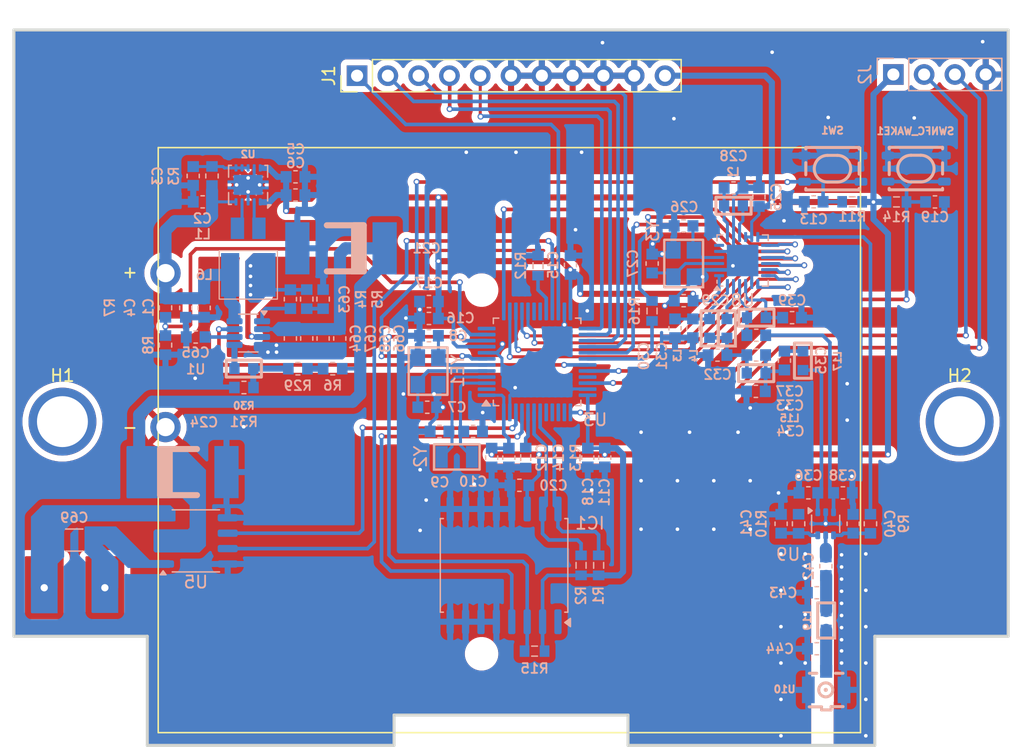
<source format=kicad_pcb>
(kicad_pcb (version 20240108) (generator "pcbnew") (generator_version "8.0")
  (layers (0 "F.Cu" signal) (31 "B.Cu" signal) (34 "B.Paste" user) (35 "F.Paste" user) (36 "B.SilkS" user "B.Silkscreen") (37 "F.SilkS" user "F.Silkscreen") (38 "B.Mask" user) (39 "F.Mask" user) (44 "Edge.Cuts" user))
  (net 0 "")
  (net 1 "GND")
  (net 2 "+BATT")
  (net 3 "Net-(U2-EN)")
  (net 4 "/MCU/PD0")
  (net 5 "/MCU/PD1")
  (net 6 "/MCU/PC15")
  (net 7 "/MCU/PC14")
  (net 8 "+3V3")
  (net 9 "Net-(U3-NRST)")
  (net 10 "Net-(U3-PA9)")
  (net 11 "Net-(U1-BST)")
  (net 12 "Net-(U1-SW)")
  (net 13 "+12V")
  (net 14 "Net-(U1-VDD)")
  (net 15 "/MCU/SWCLK")
  (net 16 "/MCU/SWDIO")
  (net 17 "Net-(J4-Pin_2)")
  (net 18 "Net-(J4-Pin_1)")
  (net 19 "Net-(U2-L1)")
  (net 20 "Net-(U2-L2)")
  (net 21 "Net-(R4-Pad1)")
  (net 22 "Net-(R29-Pad1)")
  (net 23 "/MCU/ADC_Bat")
  (net 24 "Net-(U3-PB2)")
  (net 25 "Net-(U3-BOOT0)")
  (net 26 "/MCU/EN_12V")
  (net 27 "Net-(R29-Pad2)")
  (net 28 "Net-(U1-FB)")
  (net 29 "/MCU/CS_NFC")
  (net 32 "/LORA/CS_LORA")
  (net 35 "/MCU/SPI2_SCK")
  (net 36 "/MCU/SPI2_MOSI")
  (net 37 "/LORA/NRST_LORA")
  (net 38 "Net-(U3-PA11)")
  (net 39 "/MCU/SPI2_MISO")
  (net 40 "/LORA/MISO_LORA")
  (net 41 "/MCU/INT_NFC")
  (net 43 "/LORA/MOSI_LORA")
  (net 44 "/LORA/INT_LORA")
  (net 48 "/LORA/SCK_LORA")
  (net 50 "Net-(U8-XTB)")
  (net 51 "Net-(U8-XTA)")
  (net 52 "Net-(U8-VREG)")
  (net 53 "Net-(U8-VR_PA)")
  (net 54 "Net-(C32-Pad1)")
  (net 55 "Net-(C33-Pad2)")
  (net 56 "Net-(C35-Pad2)")
  (net 57 "Net-(U9-RF1)")
  (net 58 "Net-(U8-RFI_N)")
  (net 59 "Net-(U9-RF2)")
  (net 60 "Net-(U8-RFI_P)")
  (net 61 "Net-(U9-CTRL)")
  (net 62 "Net-(U9-VDD)")
  (net 63 "Net-(U9-RFC)")
  (net 64 "Net-(C42-Pad2)")
  (net 65 "Net-(C44-Pad2)")
  (net 66 "Net-(U8-DCC_SW)")
  (net 67 "Net-(U8-RFO)")
  (net 68 "/LORA/DIO2")
  (net 69 "/LORA/ANT SW")
  (net 70 "/LORA/BUSY_LORA")
  (net 71 "/LORA/DIO3")
  (net 72 "/MCU/INB")
  (net 73 "/MCU/INA")
  (net 74 "/MCU/INT_RTC")
  (net 75 "/MCU/RST_RTC")
  (net 77 "/MCU/I2C_SCL")
  (net 78 "/MCU/I2C_SDA")
  (footprint "MountingHole:MountingHole_3.2mm_M3_DIN965_Pad" (layer "F.Cu") (at 160.2085 86.877)
    (property "Reference" "H2")
    (property "Value" "MountingHole")
  )
  (footprint "DienLIB:BAT_BC3AAPC" (layer "F.Cu") (at 121.0285 90.027 180)
    (property "Reference" "BT1" (hide yes))
    (property "Value" "Battery")
  )
  (footprint "Connector_PinHeader_2.54mm:PinHeader_1x11_P2.54mm_Vertical" (layer "F.Cu") (at 110.5085 58.347 90)
    (property "Reference" "J1")
    (property "Value" "Conn_01x11_Pin")
  )
  (footprint "MountingHole:MountingHole_3.2mm_M3_DIN965_Pad" (layer "F.Cu") (at 86.2085 86.877)
    (property "Reference" "H1")
    (property "Value" "MountingHole")
  )
  (footprint "SANG_LIB_FP:C_0603_1608Metric" (layer "B.Cu") (at 123.8985 92.127)
    (property "Reference" "C20")
    (property "Value" "100nF" (hide yes))
  )
  (footprint "SANG_LIB_FP:C_0603_1608Metric" (layer "B.Cu") (at 137.43634 70.73817)
    (property "Reference" "C26")
    (property "Value" "10pF" (hide yes))
  )
  (footprint "SANG_LIB_FP:C_0603_1608Metric" (layer "B.Cu") (at 97.7735 68.752 180)
    (property "Reference" "C2")
    (property "Value" "10uF" (hide yes))
  )
  (footprint "SANG_LIB_FP:C_0603_1608Metric" (layer "B.Cu") (at 121.6085 89.847 90)
    (property "Reference" "C12")
    (property "Value" "100nF" (hide yes))
  )
  (footprint "SANG_LIB_FP:L_0603_1608Metric" (layer "B.Cu") (at 105.629 82.513 180)
    (property "Reference" "R29")
    (property "Value" "2k")
  )
  (footprint "SANG_LIB_FP:C_0603_1608Metric" (layer "B.Cu") (at 97.1985 79.897 180)
    (property "Reference" "C65")
    (property "Value" "4.7uF" (hide yes))
  )
  (footprint "SANG_LIB_FP:R_0603_1608Metric" (layer "B.Cu") (at 134.83634 77.75067 90)
    (property "Reference" "R16")
    (property "Value" "0R")
  )
  (footprint "SANG_LIB_FP:R_0603_1608Metric" (layer "B.Cu") (at 125.4335 74.007 -90)
    (property "Reference" "R12")
    (property "Value" "10k")
  )
  (footprint "DienLIB:L_0603" (layer "B.Cu") (at 139.58634 79.18817 -90)
    (property "Reference" "L3")
    (property "Value" "47nH" (hide yes))
  )
  (footprint "SANG_LIB_FP:C_0603_1608Metric" (layer "B.Cu") (at 117.3085 87.687)
    (property "Reference" "C9")
    (property "Value" "9pF" (hide yes))
  )
  (footprint "SANG_LIB_FP:C_0603_1608Metric" (layer "B.Cu") (at 148.4235 100.987)
    (property "Reference" "C43")
    (property "Value" "D.N.P" (hide yes))
  )
  (footprint "SANG_LIB_FP:C_0603_1608Metric" (layer "B.Cu") (at 140.23634 81.39067 180)
    (property "Reference" "C32")
    (property "Value" "5.6pF" (hide yes))
  )
  (footprint "SANG_LIB_FP:C_0603_1608Metric" (layer "B.Cu") (at 107.7085 80.021 -90)
    (property "Reference" "C68")
    (property "Value" "22uF" (hide yes))
  )
  (footprint "SANG_LIB_FP:C_0603_1608Metric" (layer "B.Cu") (at 148.1685 68.747)
    (property "Reference" "C13")
    (property "Value" "100nF" (hide yes))
  )
  (footprint "SANG_LIB_FP:C_0603_1608Metric" (layer "B.Cu") (at 129.5385 89.842 90)
    (property "Reference" "C18")
    (property "Value" "1uF" (hide yes))
  )
  (footprint "SANG_LIB_FP:C_0603_1608Metric" (layer "B.Cu") (at 105.4335 68.187)
    (property "Reference" "C6")
    (property "Value" "10uF" (hide yes))
  )
  (footprint "DienLIB:L_0603" (layer "B.Cu") (at 143.42634 82.88067)
    (property "Reference" "L15")
    (property "Value" "2.5nH" (hide yes))
  )
  (footprint "SANG_LIB_FP:C_0603_1608Metric" (layer "B.Cu") (at 150.58134 92.75067 180)
    (property "Reference" "C38")
    (property "Value" "D.N.P" (hide yes))
  )
  (footprint "Package_TO_SOT_SMD:SOT-363_SC-70-6" (layer "B.Cu") (at 149.15634 95.30067 -90)
    (property "Reference" "U9")
    (property "Value" "PE4259")
  )
  (footprint "Package_SO:SOP-8_3.9x4.9mm_P1.27mm" (layer "B.Cu") (at 97.214 96.713)
    (property "Reference" "U5")
    (property "Value" "L9110S")
  )
  (footprint "SANG_LIB_FP:C_0603_1608Metric" (layer "B.Cu") (at 116.2985 85.6895 180)
    (property "Reference" "C7")
    (property "Value" "12pF" (hide yes))
  )
  (footprint "SANG_LIB_FP:C_0603_1608Metric" (layer "B.Cu") (at 146.38668 78.30067 180)
    (property "Reference" "C39")
    (property "Value" "1.8pF" (hide yes))
  )
  (footprint "SANG_LIB_FP:L_0603_1608Metric" (layer "B.Cu") (at 107.7085 76.773 90)
    (property "Reference" "R5")
    (property "Value" "NC")
  )
  (footprint "SANG_LIB_FP:C_0603_1608Metric" (layer "B.Cu") (at 143.40134 84.38067 180)
    (property "Reference" "C34")
    (property "Value" "5.6pF" (hide yes))
  )
  (footprint "DienLIB:L_0603" (layer "B.Cu") (at 147.28134 81.85067 -90)
    (property "Reference" "L17")
    (property "Value" "4.7nH" (hide yes))
  )
  (footprint "SANG_LIB_FP:L_4040" (layer "B.Cu") (at 101.539 74.773)
    (property "Reference" "L6")
    (property "Value" "4.7uH")
  )
  (footprint "DienLIB:L_0603" (layer "B.Cu") (at 141.01184 79.18967 -90)
    (property "Reference" "L4")
    (property "Value" "2.5nH" (hide yes))
  )
  (footprint "SANG_LIB_FP:C_0603_1608Metric" (layer "B.Cu") (at 147.73134 92.75067 180)
    (property "Reference" "C36")
    (property "Value" "2.2pF" (hide yes))
  )
  (footprint "SANG_LIB_FP:C_0603_1608Metric" (layer "B.Cu") (at 105.4335 66.687)
    (property "Reference" "C5")
    (property "Value" "10uF" (hide yes))
  )
  (footprint "SANG_LIB_FP:C_0603_1608Metric" (layer "B.Cu") (at 143.43418 79.75434)
    (property "Reference" "C37")
    (property "Value" "2.4pF" (hide yes))
  )
  (footprint "Package_SO:SOIC-16W_7.5x10.3mm_P1.27mm" (layer "B.Cu") (at 122.6335 98.732 90)
    (property "Reference" "IC1")
    (property "Value" "RTC_DS3231M")
  )
  (footprint "DienLIB:L_0603" (layer "B.Cu") (at 143.44418 78.30067 180)
    (property "Reference" "L18" (hide yes))
    (property "Value" "15nH" (hide yes))
  )
  (footprint "SANG_LIB_FP:C_0603_1608Metric" (layer "B.Cu") (at 123.0285 89.847 90)
    (property "Reference" "C14")
    (property "Value" "100nF" (hide yes))
  )
  (footprint "SANG_LIB_FP:C_TANTA_7343_CASE_E" (layer "B.Cu") (at 109.1835 72.582 180)
    (property "Reference" "C21")
    (property "Value" "200uF/25V")
  )
  (footprint "Package_TO_SOT_SMD:TSOT-23-8" (layer "B.Cu") (at 101.539 79.573 180)
    (property "Reference" "U1")
    (property "Value" "MP3437")
  )
  (footprint "DienLIB:Crystal_SMD_3215-2Pin_3.2x1.5mm" (layer "B.Cu") (at 118.7385 89.7895 180)
    (property "Reference" "Y2")
    (property "Value" "32.768kHz")
  )
  (footprint "SANG_LIB_FP:C_0603_1608Metric" (layer "B.Cu") (at 148.4235 105.607)
    (property "Reference" "C44")
    (property "Value" "D.N.P" (hide yes))
  )
  (footprint "SANG_LIB_FP:R_0603_1608Metric" (layer "B.Cu") (at 125.1485 105.8045)
    (property "Reference" "R15")
    (property "Value" "10k")
  )
  (footprint "SANG_LIB_FP:C_0603_1608Metric" (layer "B.Cu") (at 143.65634 68.35317 90)
    (property "Reference" "C25")
    (property "Value" "10nF" (hide yes))
  )
  (footprint "SANG_LIB_FP:C_0603_1608Metric" (layer "B.Cu") (at 96.3785 77.497 -90)
    (property "Reference" "C4")
    (property "Value" "22uF" (hide yes))
  )
  (footprint "DienLIB:R_0603" (layer "B.Cu") (at 101.169 82.503)
    (property "Reference" "R30")
    (property "Value" "0R")
  )
  (footprint "SANG_LIB_FP:C_0603_1608Metric" (layer "B.Cu") (at 158.1735 68.757 180)
    (property "Reference" "C19")
    (property "Value" "100nF" (hide yes))
  )
  (footprint "SANG_LIB_FP:C_0603_1608Metric" (layer "B.Cu") (at 106.3585 80.021 -90)
    (property "Reference" "C67")
    (property "Value" "22uF" (hide yes))
  )
  (footprint "DienLIB:L_0603" (layer "B.Cu") (at 149.1985 103.27567 -90)
    (property "Reference" "L19")
    (property "Value" "0R" (hide yes))
  )
  (footprint "SANG_LIB_FP:C_0603_1608Metric" (layer "B.Cu") (at 130.9385 89.842 -90)
    (property "Reference" "C11")
    (property "Value" "4.7uF" (hide yes))
  )
  (footprint "SANG_LIB_FP:R_0603_1608Metric" (layer "B.Cu") (at 128.9835 98.732 90)
    (property "Reference" "R2")
    (property "Value" "4k7")
  )
  (footprint "SANG_LIB_FP:C_0603_1608Metric" (layer "B.Cu") (at 109.0835 80.021 -90)
    (property "Reference" "C66")
    (property "Value" "22uF" (hide yes))
  )
  (footprint "DienLIB:Crystal_SMD_3225-4Pin_3.2x2.5mm" (layer "B.Cu") (at 137.44634 73.83567 -90)
    (property "Reference" "Y3")
    (property "Value" "32Mhz")
  )
  (footprint "SANG_LIB_FP:L_0603_1608Metric" (layer "B.Cu") (at 146.9235 95.30067 90)
    (property "Reference" "R10")
    (property "Value" "100R")
  )
  (footprint "SANG_LIB_FP:C_1206_3216Metric" (layer "B.Cu") (at 87.1835 96.646 180)
    (property "Reference" "C69")
    (property "Value" "100nF")
  )
  (footprint "DienLIB:L_0603" (layer "B.Cu") (at 141.55634 69.07067)
    (property "Reference" "L2")
    (property "Value" "15uH" (hide yes))
  )
  (footprint "SANG_LIB_FP:C_0603_1608Metric" (layer "B.Cu") (at 116.4385 78.3695)
    (property "Reference" "C16")
    (property "Value" "100nF" (hide yes))
  )
  (footprint "SANG_LIB_FP:L_0603_1608Metric" (layer "B.Cu") (at 106.3585 76.773 90)
    (property "Reference" "R4")
    (property "Value" "NC")
  )
  (footprint "SANG_LIB_FP:L_0603_1608Metric" (layer "B.Cu") (at 94.7085 77.487 -90)
    (property "Reference" "R7")
    (property "Value" "100k")
  )
  (footprint "SANG_LIB_FP:R_0603_1608Metric" (layer "B.Cu") (at 124.4185 89.847 90)
    (property "Reference" "R13")
    (property "Value" "10k")
  )
  (footprint "SANG_LIB_FP:C_0603_1608Metric" (layer "B.Cu") (at 145.48134 95.30067 90)
    (property "Reference" "C41")
    (property "Value" "10nF" (hide yes))
  )
  (footprint "SANG_LIB_FP:C_0603_1608Metric" (layer "B.Cu") (at 97.8985 77.497 -90)
    (property "Reference" "C1")
    (property "Value" "22uF" (hide yes))
  )
  (footprint "SANG_LIB_FP:C_0603_1608Metric" (layer "B.Cu") (at 137.44634 76.90067 180)
    (property "Reference" "C29")
    (property "Value" "100nF" (hide yes))
  )
  (footprint "SANG_LIB_FP:C_TANTA_7343_CASE_E" (layer "B.Cu") (at 96.139 91.038)
    (property "Reference" "C24")
    (property "Value" "200uF/25V")
  )
  (footprint "SANG_LIB_FP:C_0603_1608Metric" (layer "B.Cu") (at 116.4385 79.7945 180)
    (property "Reference" "C8")
    (property "Value" "12pF" (hide yes))
  )
  (footprint "SANG_LIB_FP:L_0603_1608Metric" (layer "B.Cu") (at 98.5435 66.617 90)
    (property "Reference" "R3")
    (property "Value" "100R")
  )
  (footprint "SANG_LIB_FP:L_0603_1608Metric" (layer "B.Cu") (at 108.499 82.513 180)
    (property "Reference" "R6")
    (property "Value" "680k")
  )
  (footprint "SANG_LIB_FP:C_0603_1608Metric" (layer "B.Cu") (at 105.0085 80.021 90)
    (property "Reference" "C64")
    (property "Value" "100nF" (hide yes))
  )
  (footprint "SANG_LIB_FP:C_0603_1608Metric" (layer "B.Cu") (at 134.84634 73.83817 90)
    (property "Reference" "C27")
    (property "Value" "10pF" (hide yes))
  )
  (footprint "DienLIB:inductor_0806" (layer "B.Cu") (at 101.5285 70.932 180)
    (property "Reference" "L1")
    (property "Value" "2.2uH/1.5A")
  )
  (footprint "SANG_LIB_FP:C_0603_1608Metric" (layer "B.Cu") (at 141.55634 67.60317)
    (property "Reference" "C28")
    (property "Value" "470nF" (hide yes))
  )
  (footprint "SANG_LIB_FP:L_0603_1608Metric" (layer "B.Cu") (at 152.8485 95.30067 -90)
    (property "Reference" "R9")
    (property "Value" "100R")
  )
  (footprint "SANG_LIB_FP:C_0603_1608Metric" (layer "B.Cu") (at 96.9935 66.617 -90)
    (property "Reference" "C3")
    (property "Value" "100nF" (hide yes))
  )
  (footprint "SANG_LIB_FP:R_0603_1608Metric" (layer "B.Cu") (at 151.3435 68.747 180)
    (property "Reference" "R11")
    (property "Value" "10k")
  )
  (footprint "Package_DFN_QFN:QFN-24-1EP_4x4mm_P0.5mm_EP2.6x2.6mm" (layer "B.Cu") (at 142.30634 73.58817)
    (property "Reference" "U8")
    (property "Value" "SX1262IMLTRT")
  )
  (footprint "SANG_LIB_FP:C_0603_1608Metric" (layer "B.Cu") (at 136.73134 79.17817 -90)
    (property "Reference" "C30")
    (property "Value" "100nF" (hide yes))
  )
  (footprint "Package_SON:Texas_DRC0010J_ThermalVias" (layer "B.Cu") (at 101.5235 67.352 90)
    (property "Reference" "U2")
    (property "Value" "TPS63001 (fixed 3v3)" (hide yes))
  )
  (footprint "SANG_LIB_FP:L_0603_1608Metric" (layer "B.Cu") (at 101.1785 84.063 180)
    (property "Reference" "R31")
    (property "Value" "62k")
  )
  (footprint "DienLIB:SW_SPST_PTS810" (layer "B.Cu") (at 156.5985 65.907 180)
    (property "Reference" "SWNFC_WAKE1")
    (property "Value" "SW_Tactile" (hide yes))
  )
  (footprint "SANG_LIB_FP:C_0603_1608Metric" (layer "B.Cu") (at 143.42634 81.38067)
    (property "Reference" "C33")
    (property "Value" "3.3pF" (hide yes))
  )
  (footprint "DienLIB:SW_SPST_PTS810" (layer "B.Cu") (at 149.7185 65.917 180)
    (property "Reference" "SW1")
    (property "Value" "SW_Tactile" (hide yes))
  )
  (footprint "Package_QFP:LQFP-48_7x7mm_P0.5mm" (layer "B.Cu") (at 125.3585 81.9495)
    (property "Reference" "U3")
    (property "Value" "STM32U031C8T6")
  )
  (footprint "SANG_LIB_FP:R_0603_1608Metric" (layer "B.Cu") (at 130.4335 98.732 90)
    (property "Reference" "R1")
    (property "Value" "4k7")
  )
  (footprint "SANG_LIB_FP:C_0603_1608Metric" (layer "B.Cu") (at 138.20634 79.17817 -90)
    (property "Reference" "C31")
    (property "Value" "47pF" (hide yes))
  )
  (footprint "Connector_PinHeader_2.54mm:PinHeader_1x04_P2.54mm_Vertical" (layer "B.Cu") (at 154.7385 58.247 -90)
    (property "Reference" "J2")
    (property "Value" "NC")
  )
  (footprint "DienLIB:Conn_IPEX_ANT" (layer "B.Cu") (at 149.16584 109.00134 90)
    (property "Reference" "U10")
    (property "Value" "Ipex" (hide yes))
  )
  (footprint "SANG_LIB_FP:C_0603_1608Metric" (layer "B.Cu") (at 105.0085 76.777 -90)
    (property "Reference" "C63")
    (property "Value" "100nF" (hide yes))
  )
  (footprint "SANG_LIB_FP:C_0603_1608Metric" (layer "B.Cu") (at 149.1735 98.80067 -90)
    (property "Reference" "C42")
    (property "Value" "39pF" (hide yes))
  )
  (footprint "SANG_LIB_FP:C_0603_1608Metric" (layer "B.Cu") (at 120.0785 87.687)
    (property "Reference" "C10")
    (property "Value" "9pF" (hide yes))
  )
  (footprint "SANG_LIB_FP:C_0603_1608Metric" (layer "B.Cu") (at 145.75634 81.83934 90)
    (property "Reference" "C35")
    (property "Value" "39nF" (hide yes))
  )
  (footprint "DienLIB:Crystal_SMD_3225-4Pin_3.2x2.5mm" (layer "B.Cu") (at 116.3685 82.7095 90)
    (property "Reference" "YE1")
    (property "Value" "8Mhz")
  )
  (footprint "SANG_LIB_FP:L_0603_1608Metric" (layer "B.Cu") (at 94.7085 80.567 -90)
    (property "Reference" "R8")
    (property "Value" "200k")
  )
  (footprint "SANG_LIB_FP:C_0603_1608Metric" (layer "B.Cu") (at 128.1085 73.957 -90)
    (property "Reference" "C15")
    (property "Value" "100nF" (hide yes))
  )
  (footprint "SANG_LIB_FP:R_0603_1608Metric" (layer "B.Cu") (at 154.9985 68.757 180)
    (property "Reference" "R14")
    (property "Value" "10k")
  )
  (footprint "SANG_LIB_FP:C_0603_1608Metric" (layer "B.Cu") (at 151.4235 95.30067 90)
    (property "Reference" "C40")
    (property "Value" "10nF" (hide yes))
  )
  (footprint "SANG_LIB_FP:C_0603_1608Metric" (layer "B.Cu") (at 116.4385 76.9695)
    (property "Reference" "C17")
    (property "Value" "10nF" (hide yes))
  )
  (gr_poly (pts (xy 102.178378 79.799962) (xy 101.8785 79.797) (xy 101.6185 79.537) (xy 101.6185 77.757) (xy 103.0185 76.357) (xy 103.0185 73.077) (xy 101.9885 73.077) (xy 101.3885 73.677) (xy 101.3885 79.907) (xy 101.4485 79.967) (xy 102.17134 79.967) (xy 101.858699 79.937039) (xy 102.15134 79.88282) (xy 102.172233 79.97067)) (stroke (width 0.2)) (fill solid) (layer "F.Cu") (net 12))
  (gr_poly (pts (xy 88.2085 98.077) (xy 91.2085 98.077) (xy 91.2085 103.077) (xy 88.2085 103.077)) (stroke (width 0.2)) (fill solid) (layer "F.Cu") (net 18))
  (gr_poly (pts (xy 83.2085 98.077) (xy 86.2085 98.077) (xy 86.2085 103.077) (xy 83.2085 103.077)) (stroke (width 0.2)) (fill solid) (layer "F.Cu") (net 17))
  (gr_poly (pts (xy 91.5885 88.997) (xy 96.0385 88.997) (xy 97.9485 90.907) (xy 97.9485 97.087) (xy 97.4685 97.567) (xy 93.8885 97.567) (xy 93.8185 97.497) (xy 93.8185 95.957) (xy 93.9185 95.857) (xy 96.5985 95.857) (xy 96.7985 95.657) (xy 96.7985 93.737) (xy 96.1585 93.097) (xy 91.5985 93.097) (xy 91.5885 93.087)) (stroke (width 0.2)) (fill solid) (layer "B.Cu") (net 13))
  (gr_poly (pts (xy 102.0885 80.447) (xy 109.5485 80.447) (xy 109.5485 81.397) (xy 109.2985 81.647) (xy 102.8485 81.647) (xy 102.0885 80.887)) (stroke (width 0.2)) (fill solid) (layer "B.Cu") (net 1))
  (gr_poly (pts (xy 87.0985 95.007) (xy 86.2485 95.857) (xy 86.2485 98.008492) (xy 85.7085 98.548492) (xy 85.7085 100.577) (xy 83.7085 100.577) (xy 83.7085 94.757) (xy 84.5985 93.867) (xy 95.0685 93.867) (xy 95.4385 94.237) (xy 95.4385 94.987) (xy 95.4385 95.007)) (stroke (width 0.2)) (fill solid) (layer "B.Cu") (net 17))
  (gr_poly (pts (xy 94.9985 98.387) (xy 93.3585 98.387) (xy 90.5885 95.617) (xy 88.1285 95.617) (xy 88.1285 97.597) (xy 88.7085 98.177) (xy 88.7085 100.577) (xy 90.7085 100.577) (xy 90.7085 98.387) (xy 89.3485 97.027) (xy 89.3485 96.937) (xy 89.7385 96.937) (xy 91.6485 98.847) (xy 95.0085 98.847) (xy 95.0085 98.397)) (stroke (width 0.2)) (fill solid) (layer "B.Cu") (net 18))
  (gr_poly (pts (xy 88.7085 98.57004) (xy 90.7085 98.57004) (xy 90.7085 102.558636) (xy 88.7085 102.558636)) (stroke (width 0.2)) (fill solid) (layer "B.Cu") (net 18))
  (gr_poly (pts (xy 102.813069 79.222032) (xy 103.553468 79.222032) (xy 104.0285 78.747) (xy 105.7585 78.747) (xy 105.7585 78.747) (xy 105.7585 79.727) (xy 103.9785 79.727) (xy 103.543364 79.291864) (xy 102.655564 79.291864) (xy 102.93134 79.30067) (xy 102.824437 79.292937)) (stroke (width 0.2)) (fill solid) (layer "B.Cu") (net 13))
  (gr_poly (pts (xy 101.3885 73.677) (xy 101.9885 73.077) (xy 103.40767 73.077) (xy 103.56134 73.23067) (xy 103.56134 75.81416) (xy 102.40483 76.97067) (xy 101.73667 76.97067) (xy 101.3885 76.6225)) (stroke (width 0.2)) (fill solid) (layer "B.Cu") (net 12))
  (gr_poly (pts (xy 83.7085 98.548492) (xy 85.7085 98.548492) (xy 85.7085 102.583636) (xy 83.7085 102.583636)) (stroke (width 0.2)) (fill solid) (layer "B.Cu") (net 17))
  (gr_line (start 82.2085 54.577) (end 164.2085 54.577) (stroke (width 0.25)) (layer "Edge.Cuts"))
  (gr_line (start 82.2085 104.577) (end 93.2085 104.577) (stroke (width 0.25)) (layer "Edge.Cuts"))
  (gr_line (start 153.2085 113.577) (end 153.2085 104.577) (stroke (width 0.25)) (layer "Edge.Cuts"))
  (gr_line (start 113.5585 113.577) (end 93.2085 113.577) (stroke (width 0.25)) (layer "Edge.Cuts"))
  (gr_line (start 153.2085 113.577) (end 132.8585 113.577) (stroke (width 0.25)) (layer "Edge.Cuts"))
  (gr_line (start 82.2085 104.577) (end 82.2085 54.577) (stroke (width 0.25)) (layer "Edge.Cuts"))
  (gr_line (start 113.5585 111.077) (end 132.8585 111.077) (stroke (width 0.25)) (layer "Edge.Cuts"))
  (gr_line (start 93.2085 104.577) (end 93.2085 113.577) (stroke (width 0.25)) (layer "Edge.Cuts"))
  (gr_line (start 132.8585 111.077) (end 132.8585 113.577) (stroke (width 0.25)) (layer "Edge.Cuts"))
  (gr_line (start 153.2085 104.577) (end 164.2085 104.577) (stroke (width 0.25)) (layer "Edge.Cuts"))
  (gr_line (start 164.2085 54.577) (end 164.2085 104.577) (stroke (width 0.25)) (layer "Edge.Cuts"))
  (gr_line (start 113.5585 113.577) (end 113.5585 111.077) (stroke (width 0.25)) (layer "Edge.Cuts"))
  (via (at 122.4985 80.477) (size 0.5) (drill 0.3) (layers "F.Cu" "B.Cu") (net 1))
  (via (at 142.93134 91.75067) (size 0.5) (drill 0.3) (layers "F.Cu" "B.Cu") (net 1))
  (via (at 136.93134 95.75067) (size 0.5) (drill 0.3) (layers "F.Cu" "B.Cu") (net 1))
  (via (at 134.8885 72.217) (size 0.5) (drill 0.3) (layers "F.Cu" "B.Cu") (net 1))
  (via (at 103.8585 80.577) (size 0.5) (drill 0.3) (layers "F.Cu" "B.Cu") (net 1))
  (via (at 150.4685 97.865) (size 0.5) (drill 0.3) (layers "F.Cu" "B.Cu") (net 1))
  (via (at 152.4685 103.787) (size 0.5) (drill 0.3) (layers "F.Cu" "B.Cu") (net 1))
  (via (at 114.3285 84.597) (size 0.5) (drill 0.3) (layers "F.Cu" "B.Cu") (net 1))
  (via (at 133.93134 87.75067) (size 0.5) (drill 0.3) (layers "F.Cu" "B.Cu") (net 1))
  (via (at 145.2685 92.757) (size 0.5) (drill 0.3) (layers "F.Cu" "B.Cu") (net 1))
  (via (at 145.72134 70.31067) (size 0.5) (drill 0.3) (layers "F.Cu" "B.Cu") (net 1))
  (via (at 139.0085 74.937) (size 0.5) (drill 0.3) (layers "F.Cu" "B.Cu") (net 1))
  (via (at 147.4685 106.787) (size 0.5) (drill 0.3) (layers "F.Cu" "B.Cu") (net 1))
  (via (at 116.856218 84.590015) (size 0.5) (drill 0.3) (layers "F.Cu" "B.Cu") (net 1))
  (via (at 150.93134 83.75067) (size 0.5) (drill 0.3) (layers "F.Cu" "B.Cu") (net 1))
  (via (at 150.4685 106.787) (size 0.5) (drill 0.3) (layers "F.Cu" "B.Cu") (net 1))
  (via (at 150.4685 103.865) (size 0.5) (drill 0.3) (layers "F.Cu" "B.Cu") (net 1))
  (via (at 150.4685 98.865) (size 0.5) (drill 0.3) (layers "F.Cu" "B.Cu") (net 1))
  (via (at 145.93134 87.75067) (size 0.5) (drill 0.3) (layers "F.Cu" "B.Cu") (net 1))
  (via (at 133.93134 91.75067) (size 0.5) (drill 0.3) (layers "F.Cu" "B.Cu") (net 1))
  (via (at 116.2085 93.347) (size 0.5) (drill 0.3) (layers "F.Cu" "B.Cu") (net 1))
  (via (at 128.52634 71.05067) (size 0.5) (drill 0.3) (layers "F.Cu" "B.Cu") (net 1))
  (via (at 103.8685 81.147) (size 0.5) (drill 0.3) (layers "F.Cu" "B.Cu") (net 1))
  (via (at 115.7085 95.847) (size 0.5) (drill 0.3) (layers "F.Cu" "B.Cu") (net 1))
  (via (at 152.4685 106.787) (size 0.5) (drill 0.3) (layers "F.Cu" "B.Cu") (net 1))
  (via (at 152.4685 109.787) (size 0.5) (drill 0.3) (layers "F.Cu" "B.Cu") (net 1))
  (via (at 103.1585 81.147) (size 0.5) (drill 0.3) (layers "F.Cu" "B.Cu") (net 1))
  (via (at 150.4685 102.865) (size 0.5) (drill 0.3) (layers "F.Cu" "B.Cu") (net 1))
  (via (at 136.93134 91.75067) (size 0.5) (drill 0.3) (layers "F.Cu" "B.Cu") (net 1))
  (via (at 147.4685 98.787) (size 0.5) (drill 0.3) (layers "F.Cu" "B.Cu") (net 1))
  (via (at 145.4685 112.787) (size 0.5) (drill 0.3) (layers "F.Cu" "B.Cu") (net 1))
  (via (at 101.15634 87.30067) (size 0.5) (drill 0.3) (layers "F.Cu" "B.Cu") (net 1))
  (via (at 129.8585 92.517) (size 0.5) (drill 0.3) (layers "F.Cu" "B.Cu") (net 1))
  (via (at 156.46134 61.83067) (size 0.5) (drill 0.3) (layers "F.Cu" "B.Cu") (net 1))
  (via (at 120.8685 86.127) (size 0.5) (drill 0.3) (layers "F.Cu" "B.Cu") (net 1))
  (via (at 150.4685 100.865) (size 0.5) (drill 0.3) (layers "F.Cu" "B.Cu") (net 1))
  (via (at 115.7085 90.847) (size 0.5) (drill 0.3) (layers "F.Cu" "B.Cu") (net 1))
  (via (at 135.8885 77.327) (size 0.5) (drill 0.3) (layers "F.Cu" "B.Cu") (net 1))
  (via (at 152.4685 100.787) (size 0.5) (drill 0.3) (layers "F.Cu" "B.Cu") (net 1))
  (via (at 162.10634 55.54067) (size 0.5) (drill 0.3) (layers "F.Cu" "B.Cu") (net 1))
  (via (at 152.4685 112.787) (size 0.5) (drill 0.3) (layers "F.Cu" "B.Cu") (net 1))
  (via (at 145.4685 103.787) (size 0.5) (drill 0.3) (layers "F.Cu" "B.Cu") (net 1))
  (via (at 151.31634 91.39067) (size 0.5) (drill 0.3) (layers "F.Cu" "B.Cu") (net 1))
  (via (at 149.36634 61.79067) (size 0.5) (drill 0.3) (layers "F.Cu" "B.Cu") (net 1))
  (via (at 150.4685 105.787) (size 0.5) (drill 0.3) (layers "F.Cu" "B.Cu") (net 1))
  (via (at 141.93134 87.75067) (size 0.5) (drill 0.3) (layers "F.Cu" "B.Cu") (net 1))
  (via (at 150.4685 104.865) (size 0.5) (drill 0.3) (layers "F.Cu" "B.Cu") (net 1))
  (via (at 149.15634 95.29067) (size 0.5) (drill 0.3) (layers "F.Cu" "B.Cu") (net 1))
  (via (at 142.93134 85.75067) (size 0.5) (drill 0.3) (layers "F.Cu" "B.Cu") (net 1))
  (via (at 147.4685 99.787) (size 0.5) (drill 0.3) (layers "F.Cu" "B.Cu") (net 1))
  (via (at 145.4685 109.787) (size 0.5) (drill 0.3) (layers "F.Cu" "B.Cu") (net 1))
  (via (at 136.64134 61.89067) (size 0.5) (drill 0.3) (layers "F.Cu" "B.Cu") (net 1))
  (via (at 119.51634 64.66067) (size 0.5) (drill 0.3) (layers "F.Cu" "B.Cu") (net 1))
  (via (at 147.4685 103.787) (size 0.5) (drill 0.3) (layers "F.Cu" "B.Cu") (net 1))
  (via (at 142.93134 95.75067) (size 0.5) (drill 0.3) (layers "F.Cu" "B.Cu") (net 1))
  (via (at 97.15634 83.30067) (size 0.5) (drill 0.3) (layers "F.Cu" "B.Cu") (net 1))
  (via (at 139.93134 91.75067) (size 0.5) (drill 0.3) (layers "F.Cu" "B.Cu") (net 1))
  (via (at 147.4685 97.787) (size 0.5) (drill 0.3) (layers "F.Cu" "B.Cu") (net 1))
  (via (at 123.5485 84.077) (size 0.5) (drill 0.3) (layers "F.Cu" "B.Cu") (net 1))
  (via (at 139.93134 95.75067) (size 0.5) (drill 0.3) (layers "F.Cu" "B.Cu") (net 1))
  (via (at 150.93134 86.75067) (size 0.5) (drill 0.3) (layers "F.Cu" "B.Cu") (net 1))
  (via (at 152.4685 97.787) (size 0.5) (drill 0.3) (layers "F.Cu" "B.Cu") (net 1))
  (via (at 115.676541 77.631685) (size 0.5) (drill 0.3) (layers "F.Cu" "B.Cu") (net 1))
  (via (at 145.4685 100.787) (size 0.5) (drill 0.3) (layers "F.Cu" "B.Cu") (net 1))
  (via (at 117.57876 85.692176) (size 0.5) (drill 0.3) (layers "F.Cu" "B.Cu") (net 1))
  (via (at 129.02634 64.66067) (size 0.5) (drill 0.3) (layers "F.Cu" "B.Cu") (net 1))
  (via (at 150.4685 99.865) (size 0.5) (drill 0.3) (layers "F.Cu" "B.Cu") (net 1))
  (via (at 127.6085 78.887) (size 0.5) (drill 0.3) (layers "F.Cu" "B.Cu") (net 1))
  (via (at 130.75134 55.62067) (size 0.5) (drill 0.3) (layers "F.Cu" "B.Cu") (net 1))
  (via (at 145.4685 97.787) (size 0.5) (drill 0.3) (layers "F.Cu" "B.Cu") (net 1))
  (via (at 146.91634 91.39067) (size 0.5) (drill 0.3) (layers "F.Cu" "B.Cu") (net 1))
  (via (at 147.4685 102.787) (size 0.5) (drill 0.3) (layers "F.Cu" "B.Cu") (net 1))
  (via (at 120.1685 92.037) (size 0.5) (drill 0.3) (layers "F.Cu" "B.Cu") (net 1))
  (via (at 114.537413 78.33873) (size 0.5) (drill 0.3) (layers "F.Cu" "B.Cu") (net 1))
  (via (at 144.74134 56.41067) (size 0.5) (drill 0.3) (layers "F.Cu" "B.Cu") (net 1))
  (via (at 150.4685 101.865) (size 0.5) (drill 0.3) (layers "F.Cu" "B.Cu") (net 1))
  (via (at 133.93134 95.75067) (size 0.5) (drill 0.3) (layers "F.Cu" "B.Cu") (net 1))
  (via (at 145.4685 106.787) (size 0.5) (drill 0.3) (layers "F.Cu" "B.Cu") (net 1))
  (via (at 129.49634 77.74067) (size 0.5) (drill 0.3) (layers "F.Cu" "B.Cu") (net 1))
  (via (at 123.61634 64.66067) (size 0.5) (drill 0.3) (layers "F.Cu" "B.Cu") (net 1))
  (via (at 135.6785 73.047) (size 0.5) (drill 0.3) (layers "F.Cu" "B.Cu") (net 1))
  (via (at 141.5085 74.027) (size 0.5) (drill 0.3) (layers "F.Cu" "B.Cu") (net 1))
  (via (at 137.93134 87.75067) (size 0.5) (drill 0.3) (layers "F.Cu" "B.Cu") (net 1))
  (via (at 145.93134 85.75067) (size 0.5) (drill 0.3) (layers "F.Cu" "B.Cu") (net 1))
  (segment (start 122.4985 80.73762) (end 122.4985 80.477) (width 0.3) (layer "B.Cu") (net 1))
  (segment (start 102.0235 66.852) (end 101.5235 67.352) (width 0.25) (layer "B.Cu") (net 1))
  (segment (start 135.69467 73.06317) (end 136.26884 73.06317) (width 0.5) (layer "B.Cu") (net 1))
  (segment (start 138.29634 74.93567) (end 138.86884 74.36317) (width 0.3) (layer "B.Cu") (net 1))
  (segment (start 136.566 76.8895) (end 138.191 75.2645) (width 0.25) (layer "B.Cu") (net 1))
  (segment (start 116.5335 87.687) (end 116.5335 87.042) (width 0.3) (layer "B.Cu") (net 1))
  (segment (start 149.15634 94.35067) (end 149.15634 95.29067) (width 0.25) (layer "B.Cu") (net 1))
  (segment (start 141.55634 71.65067) (end 141.55634 72.83817) (width 0.25) (layer "B.Cu") (net 1))
  (segment (start 122.4585 81.656736) (end 122.4585 82.987) (width 0.25) (layer "B.Cu") (net 1))
  (segment (start 114.3285 82.7995) (end 114.3285 84.597) (width 0.5) (layer "B.Cu") (net 1))
  (segment (start 136.26884 73.06317) (end 136.59634 72.73567) (width 0.5) (layer "B.Cu") (net 1))
  (segment (start 135.4485 71.537) (end 135.4485 69.117) (width 0.5) (layer "B.Cu") (net 1))
  (segment (start 123.1085 84.717) (end 123.1085 86.112) (width 0.25) (layer "B.Cu") (net 1))
  (segment (start 141.5085 74.027) (end 141.86751 74.027) (width 0.3) (layer "B.Cu") (net 1))
  (segment (start 123.5485 84.077) (end 123.626 84.1995) (width 0.25) (layer "B.Cu") (net 1))
  (segment (start 123.626 84.1995) (end 123.1085 84.717) (width 0.25) (layer "B.Cu") (net 1))
  (segment (start 135.66233 73.06317) (end 135.6785 73.047) (width 0.5) (layer "B.Cu") (net 1))
  (segment (start 122.4585 82.987) (end 123.5485 84.077) (width 0.25) (layer "B.Cu") (net 1))
  (segment (start 121.196 81.1995) (end 122.001264 81.1995) (width 0.25) (layer "B.Cu") (net 1))
  (segment (start 134.84634 73.06317) (end 134.84634 72.25916) (width 0.5) (layer "B.Cu") (net 1))
  (segment (start 127.6085 77.787) (end 127.6085 78.887) (width 0.25) (layer "B.Cu") (net 1))
  (segment (start 121.196 81.1995) (end 122.03662 81.1995) (width 0.3) (layer "B.Cu") (net 1))
  (segment (start 138.86884 74.36317) (end 141.53134 74.36317) (width 0.3) (layer "B.Cu") (net 1))
  (segment (start 138.29634 74.93567) (end 139.00717 74.93567) (width 1) (layer "B.Cu") (net 1))
  (segment (start 122.03662 81.1995) (end 122.4985 80.73762) (width 0.3) (layer "B.Cu") (net 1))
  (segment (start 134.84634 72.13916) (end 135.1485 71.837) (width 0.5) (layer "B.Cu") (net 1))
  (segment (start 115.5185 81.6095) (end 114.3285 82.7995) (width 0.5) (layer "B.Cu") (net 1))
  (segment (start 129.521 84.1995) (end 123.5485 84.077) (width 0.25) (layer "B.Cu") (net 1))
  (segment (start 141.5085 74.38601) (end 141.5085 74.027) (width 0.3) (layer "B.Cu") (net 1))
  (segment (start 141.53134 74.36317) (end 141.5085 74.38601) (width 0.3) (layer "B.Cu") (net 1))
  (segment (start 141.55634 71.65067) (end 141.55634 68.32067) (width 0.25) (layer "B.Cu") (net 1))
  (segment (start 101.5235 68.752) (end 101.5235 67.352) (width 0.25) (layer "B.Cu") (net 1))
  (segment (start 135.6785 73.047) (end 135.69467 73.06317) (width 0.5) (layer "B.Cu") (net 1))
  (segment (start 136.67134 76.90067) (end 136.31483 76.90067) (width 0.25) (layer "B.Cu") (net 1))
  (segment (start 136.31483 76.90067) (end 135.8885 77.327) (width 0.25) (layer "B.Cu") (net 1))
  (segment (start 134.84634 72.17484) (end 134.84634 72.13916) (width 0.5) (layer "B.Cu") (net 1))
  (segment (start 140.36884 72.83817) (end 141.55634 72.83817) (width 0.25) (layer "B.Cu") (net 1))
  (segment (start 143.05634 75.52567) (end 143.05634 74.33817) (width 0.25) (layer "B.Cu") (net 1))
  (segment (start 117.0735 86.502) (end 117.0735 85.6895) (width 0.3) (layer "B.Cu") (net 1))
  (segment (start 102.0235 65.952) (end 102.0235 66.852) (width 0.25) (layer "B.Cu") (net 1))
  (segment (start 134.84634 73.06317) (end 135.66233 73.06317) (width 0.5) (layer "B.Cu") (net 1))
  (segment (start 134.8885 72.217) (end 134.84634 72.17484) (width 0.5) (layer "B.Cu") (net 1))
  (segment (start 141.55634 68.32067) (end 142.27384 67.60317) (width 0.25) (layer "B.Cu") (net 1))
  (segment (start 141.55634 72.83817) (end 142.30634 73.58817) (width 0.25) (layer "B.Cu") (net 1))
  (segment (start 138.29634 75.27567) (end 138.29634 74.93567) (width 0.25) (layer "B.Cu") (net 1))
  (segment (start 116.5335 87.042) (end 117.0735 86.502) (width 0.3) (layer "B.Cu") (net 1))
  (segment (start 135.1485 71.837) (end 135.4485 71.537) (width 0.5) (layer "B.Cu") (net 1))
  (segment (start 134.84634 72.25916) (end 134.8885 72.217) (width 0.5) (layer "B.Cu") (net 1))
  (segment (start 143.05634 74.33817) (end 142.30634 73.58817) (width 0.25) (layer "B.Cu") (net 1))
  (segment (start 141.86751 74.027) (end 142.30634 73.58817) (width 0.3) (layer "B.Cu") (net 1))
  (segment (start 122.001264 81.1995) (end 122.4585 81.656736) (width 0.25) (layer "B.Cu") (net 1))
  (segment (start 139.00717 74.93567) (end 139.0085 74.937) (width 1) (layer "B.Cu") (net 1))
  (segment (start 142.27384 67.60317) (end 142.33134 67.60317) (width 0.25) (layer "B.Cu") (net 1))
  (segment (start 100.3985 78.298) (end 100.3985 78.187) (width 1) (layer "B.Cu") (net 2))
  (segment (start 97.8985 75.187) (end 97.8985 76.722) (width 1) (layer "B.Cu") (net 2))
  (segment (start 95.4785 70.347) (end 98.0885 70.347) (width 1) (layer "B.Cu") (net 2))
  (segment (start 94.7085 71.117) (end 95.4785 70.347) (width 1) (layer "B.Cu") (net 2))
  (segment (start 98.0885 70.347) (end 98.5485 69.887) (width 1) (layer "B.Cu") (net 2))
  (segment (start 100.039 74.773) (end 100.039 77.0175) (width 1) (layer "B.Cu") (net 2))
  (segment (start 100.4015 77.38) (end 100.4015 78.298) (width 1) (layer "B.Cu") (net 2))
  (segment (start 100.039 77.0175) (end 100.4015 77.38) (width 1) (layer "B.Cu") (net 2))
  (segment (start 98.5485 67.862597) (end 98.5435 67.857597) (width 1) (layer "B.Cu") (net 2))
  (segment (start 98.5485 69.887) (end 98.5485 67.862597) (width 1) (layer "B.Cu") (net 2))
  (segment (start 100.039 74.773) (end 98.3125 74.773) (width 1) (layer "B.Cu") (net 2))
  (segment (start 100.5235 68.752) (end 98.5485 68.752) (width 0.25) (layer "B.Cu") (net 2))
  (segment (start 98.5435 67.4045) (end 98.5435 67.857597) (width 0.25) (layer "B.Cu") (net 2))
  (segment (start 100.4015 78.298) (end 100.3985 78.298) (width 1) (layer "B.Cu") (net 2))
  (segment (start 94.7085 76.6995) (end 94.7085 71.117) (width 1) (layer "B.Cu") (net 2))
  (segment (start 98.3125 74.773) (end 97.8985 75.187) (width 1) (layer "B.Cu") (net 2))
  (segment (start 98.5435 68.747) (end 98.5485 68.752) (width 0.25) (layer "B.Cu") (net 2))
  (segment (start 98.5435 67.857597) (end 98.5435 68.747) (width 0.25) (layer "B.Cu") (net 2))
  (segment (start 94.7085 76.6995) (end 97.876 76.6995) (width 1) (layer "B.Cu") (net 2))
  (segment (start 98.5485 69.887) (end 98.5435 69.882) (width 1) (layer "B.Cu") (net 2))
  (segment (start 99.5935 65.952) (end 101.5235 65.952) (width 0.25) (layer "B.Cu") (net 3))
  (segment (start 99.5785 65.967) (end 99.5935 65.952) (width 0.25) (layer "B.Cu") (net 3))
  (segment (start 99.4535 65.842) (end 99.5785 65.967) (width 0.25) (layer "B.Cu") (net 3))
  (segment (start 96.9935 65.842) (end 99.4535 65.842) (width 0.25) (layer "B.Cu") (net 3))
  (segment (start 115.5185 83.5595) (end 116.3785 82.6995) (width 0.3) (layer "B.Cu") (net 4))
  (segment (start 115.5185 83.8095) (end 115.5185 85.6845) (width 0.25) (layer "B.Cu") (net 4))
  (segment (start 115.5185 83.8095) (end 115.5185 83.5595) (width 0.3) (layer "B.Cu") (net 4))
  (segment (start 116.3785 82.6995) (end 121.196 82.6995) (width 0.3) (layer "B.Cu") (net 4))
  (segment (start 115.5185 85.6845) (end 115.5235 85.6895) (width 0.25) (layer "B.Cu") (net 4))
  (segment (start 117.2185 81.6095) (end 117.8085 82.1995) (width 0.3) (layer "B.Cu") (net 5))
  (segment (start 117.281 81.6095) (end 117.2185 81.6095) (width 0.3) (layer "B.Cu") (net 5))
  (segment (start 117.2185 81.6095) (end 117.2185 79.7995) (width 0.25) (layer "B.Cu") (net 5))
  (segment (start 117.8085 82.1995) (end 121.196 82.1995) (width 0.3) (layer "B.Cu") (net 5))
  (segment (start 117.2185 79.7995) (end 117.2135 79.7945) (width 0.25) (layer "B.Cu") (net 5))
  (segment (start 117.281 81.6095) (end 117.4485 81.777) (width 0.3) (layer "B.Cu") (net 5))
  (segment (start 118.3385 88.9395) (end 117.4885 89.7895) (width 0.25) (layer "B.Cu") (net 6))
  (segment (start 118.6285 83.1995) (end 118.3385 83.4895) (width 0.25) (layer "B.Cu") (net 6))
  (segment (start 121.196 83.1995) (end 118.6285 83.1995) (width 0.25) (layer "B.Cu") (net 6))
  (segment (start 118.3385 83.4895) (end 118.3385 88.9395) (width 0.25) (layer "B.Cu") (net 6))
  (segment (start 121.196 83.6995) (end 119.3285 83.6995) (width 0.25) (layer "B.Cu") (net 7))
  (segment (start 119.3285 83.6995) (end 119.0385 83.9895) (width 0.25) (layer "B.Cu") (net 7))
  (segment (start 119.9885 89.2395) (end 119.9885 89.7895) (width 0.25) (layer "B.Cu") (net 7))
  (segment (start 119.0385 88.8395) (end 119.9885 89.7895) (width 0.25) (layer "B.Cu") (net 7))
  (segment (start 119.0385 83.9895) (end 119.0385 88.8395) (width 0.25) (layer "B.Cu") (net 7))
  (segment (start 130.95483 89.58067) (end 130.9385 89.597) (width 0.5) (layer "F.Cu") (net 8))
  (segment (start 127.39217 73.64067) (end 128.0985 74.347) (width 0.5) (layer "F.Cu") (net 8))
  (segment (start 107.1185 69.497) (end 108.2285 68.387) (width 0.5) (layer "F.Cu") (net 8))
  (segment (start 138.2185 76.337) (end 128.9085 76.337) (width 0.5) (layer "F.Cu") (net 8))
  (segment (start 108.2285 68.387) (end 117.2185 68.387) (width 0.5) (layer "F.Cu") (net 8))
  (segment (start 121.6085 89.587) (end 130.9285 89.587) (width 0.5) (layer "F.Cu") (net 8))
  (segment (start 104.6585 69.497) (end 107.1185 69.497) (width 0.5) (layer "F.Cu") (net 8))
  (segment (start 130.9285 89.587) (end 130.9385 89.597) (width 0.3) (layer "F.Cu") (net 8))
  (segment (start 154.29634 89.58067) (end 130.95483 89.58067) (width 0.5) (layer "F.Cu") (net 8))
  (segment (start 144.7185 68.767) (end 144.3385 68.387) (width 0.5) (layer "F.Cu") (net 8))
  (segment (start 144.7185 68.767) (end 153.0985 68.767) (width 0.5) (layer "F.Cu") (net 8))
  (segment (start 117.2185 73.64067) (end 127.39217 73.64067) (width 0.5) (layer "F.Cu") (net 8))
  (segment (start 144.3385 68.387) (end 117.2185 68.387) (width 0.5) (layer "F.Cu") (net 8))
  (via (at 138.2185 76.337) (size 0.5) (drill 0.3) (layers "F.Cu" "B.Cu") (net 8))
  (via (at 128.0985 74.347) (size 0.5) (drill 0.3) (layers "F.Cu" "B.Cu") (net 8))
  (via (at 128.9085 76.337) (size 0.5) (drill 0.3) (layers "F.Cu" "B.Cu") (net 8))
  (via (at 153.0985 68.767) (size 0.5) (drill 0.3) (layers "F.Cu" "B.Cu") (net 8))
  (via (at 104.6585 69.497) (size 0.5) (drill 0.3) (layers "F.Cu" "B.Cu") (net 8))
  (via (at 144.7185 68.767) (size 0.5) (drill 0.3) (layers "F.Cu" "B.Cu") (net 8))
  (via (at 154.29634 89.58067) (size 0.5) (drill 0.3) (layers "F.Cu" "B.Cu") (net 8))
  (via (at 117.2185 73.64067) (size 0.5) (drill 0.3) (layers "F.Cu" "B.Cu") (net 8))
  (via (at 121.6085 89.587) (size 0.5) (drill 0.3) (layers "F.Cu" "B.Cu") (net 8))
  (via (at 125.5085 89.587) (size 0.5) (drill 0.3) (layers "F.Cu" "B.Cu") (net 8))
  (via (at 117.2185 68.387) (size 0.5) (drill 0.3) (layers "F.Cu" "B.Cu") (net 8))
  (via (at 130.9385 89.597) (size 0.5) (drill 0.3) (layers "F.Cu" "B.Cu") (net 8))
  (segment (start 137.9285 76.927) (end 138.19501 76.90067) (width 0.25) (layer "B.Cu") (net 8))
  (segment (start 144.35733 69.12817) (end 144.7185 68.767) (width 0.5) (layer "B.Cu") (net 8))
  (segment (start 103.2085 65.957) (end 102.7085 65.957) (width 0.5) (layer "B.Cu") (net 8))
  (segment (start 129.5385 89.067) (end 130.9385 89.067) (width 0.3) (layer "B.Cu") (net 8))
  (segment (start 128.1085 74.357) (end 128.0985 74.347) (width 0.3) (layer "B.Cu") (net 8))
  (segment (start 122.6085 86.112) (end 122.6085 84.867) (width 0.254) (layer "B.Cu") (net 8))
  (segment (start 122.6085 87.877) (end 123.0285 88.297) (width 0.3) (layer "B.Cu") (net 8))
  (segment (start 121.6085 89.072) (end 123.0285 89.072) (width 0.3) (layer "B.Cu") (net 8))
  (segment (start 121.6085 89.072) (end 121.6085 89.527) (width 0.5) (layer "B.Cu") (net 8))
  (segment (start 128.6035 74.732) (end 128.1085 74.732) (width 0.5) (layer "B.Cu") (net 8))
  (segment (start 130.4335 99.557) (end 126.2385 99.557) (width 0.3) (layer "B.Cu") (net 8))
  (segment (start 128.1085 77.787) (end 128.1085 74.357) (width 0.3) (layer "B.Cu") (net 8))
  (segment (start 153.0985 59.887) (end 154.7385 58.247) (width 0.5) (layer "B.Cu") (net 8))
  (segment (start 143.65634 69.12817) (end 143.65634 69.80067) (width 0.25) (layer "B.Cu") (net 8))
  (segment (start 153.0985 70.18283) (end 154.29634 71.38067) (width 0.5) (layer "B.Cu") (net 8))
  (segment (start 103.287597 68.777903) (end 102.654594 68.777903) (width 0.5) (layer "B.Cu") (net 8))
  (segment (start 123.0285 88.297) (end 123.0285 89.072) (width 0.3) (layer "B.Cu") (net 8))
  (segment (start 125.8085 99.987) (end 125.8085 103.382) (width 0.3) (layer "B.Cu") (net 8))
  (segment (start 131.9085 89.067) (end 132.4485 89.607) (width 0.5) (layer "B.Cu") (net 8))
  (segment (start 117.2185 73.64067) (end 117.2285 73.65067) (width 0.5) (layer "B.Cu") (net 8))
  (segment (start 132.4485 99.257) (end 132.1485 99.557) (width 0.5) (layer "B.Cu") (net 8))
  (segment (start 153.0985 68.767) (end 153.0985 59.887) (width 0.5) (layer "B.Cu") (net 8))
  (segment (start 124.5385 94.082) (end 124.5385 92.377) (width 0.3) (layer "B.Cu") (net 8))
  (segment (start 128.9085 75.037) (end 128.6035 74.732) (width 0.5) (layer "B.Cu") (net 8))
  (segment (start 144.7185 58.907) (end 144.1585 58.347) (width 0.5) (layer "B.Cu") (net 8))
  (segment (start 130.9385 89.067) (end 131.9085 89.067) (width 0.5) (layer "B.Cu") (net 8))
  (segment (start 118.4585 78.497) (end 118.331 78.3695) (width 0.3) (layer "B.Cu") (net 8))
  (segment (start 122.441 84.6995) (end 121.196 84.6995) (width 0.254) (layer "B.Cu") (net 8))
  (segment (start 125.8085 103.382) (end 125.8085 105.6395) (width 0.3) (layer "B.Cu") (net 8))
  (segment (start 132.1485 99.557) (end 130.4335 99.557) (width 0.5) (layer "B.Cu") (net 8))
  (segment (start 138.24767 76.90067) (end 137.9285 76.927) (width 0.25) (layer "B.Cu") (net 8))
  (segment (start 103.8785 68.187) (end 103.7285 68.337) (width 0.5) (layer "B.Cu") (net 8))
  (segment (start 126.2385 99.557) (end 125.8085 99.987) (width 0.3) (layer "B.Cu") (net 8))
  (segment (start 140.36884 74.83817) (end 140.36884 76.21317) (width 0.25) (layer "B.Cu") (net 8))
  (segment (start 132.4485 89.607) (end 132.4485 99.257) (width 0.5) (layer "B.Cu") (net 8))
  (segment (start 103.7285 68.337) (end 103.287597 68.777903) (width 0.5) (layer "B.Cu") (net 8))
  (segment (start 118.331 78.3695) (end 117.2135 78.3695) (width 0.3) (layer "B.Cu") (net 8))
  (segment (start 138.19501 76.90067) (end 138.22134 76.90067) (width 0.25) (layer "B.Cu") (net 8))
  (segment (start 124.6735 92.127) (end 125.5085 91.292) (width 0.3) (layer "B.Cu") (net 8))
  (segment (start 118.781 80.6995) (end 118.4585 80.377) (width 0.3) (layer "B.Cu") (net 8))
  (segment (start 143.05634 70.40067) (end 143.05634 71.65067) (width 0.25) (layer "B.Cu") (net 8))
  (segment (start 143.65634 69.12817) (end 144.35733 69.12817) (width 0.5) (layer "B.Cu") (net 8))
  (segment (start 140.36884 76.21317) (end 139.68134 76.90067) (width 0.25) (layer "B.Cu") (net 8))
  (segment (start 121.196 80.6995) (end 118.781 80.6995) (width 0.3) (layer "B.Cu") (net 8))
  (segment (start 144.7185 68.767) (end 144.7185 58.907) (width 0.5) (layer "B.Cu") (net 8))
  (segment (start 143.65634 69.80067) (end 143.05634 70.40067) (width 0.25) (layer "B.Cu") (net 8))
  (segment (start 104.6585 68.187) (end 103.8785 68.187) (width 0.5) (layer "B.Cu") (net 8))
  (segment (start 139.68134 76.90067) (end 138.24767 76.90067) (width 0.25) (layer "B.Cu") (net 8))
  (segment (start 125.5085 91.292) (end 125.5085 89.587) (width 0.3) (layer "B.Cu") (net 8))
  (segment (start 129.5385 89.067) (end 129.5385 84.717) (width 0.3) (layer "B.Cu") (net 8))
  (segment (start 152.1785 68.757) (end 152.1685 68.747) (width 0.5) (layer "B.Cu") (net 8))
  (segment (start 128.9085 76.337) (end 128.9085 75.037) (width 0.5) (layer "B.Cu") (net 8))
  (segment (start 154.1735 68.757) (end 152.1785 68.757) (width 0.5) (layer "B.Cu") (net 8))
  (segment (start 117.2185 73.64067) (end 117.2185 68.387) (width 0.5) (layer "B.Cu") (net 8))
  (segment (start 118.4585 80.377) (end 118.4585 78.497) (width 0.3) (layer "B.Cu") (net 8))
  (segment (start 153.0985 68.767) (end 153.0985 70.18283) (width 0.5) (layer "B.Cu") (net 8))
  (segment (start 125.8085 105.6395) (end 125.9735 105.8045) (width 0.3) (layer "B.Cu") (net 8))
  (segment (start 104.6585 66.687) (end 103.9385 66.687) (width 0.5) (layer "B.Cu") (net 8))
  (segment (start 117.2285 78.3545) (end 117.2135 78.3695) (width 0.5) (layer "B.Cu") (net 8))
  (segment (start 154.29634 71.38067) (end 154.29634 89.58067) (width 0.5) (layer "B.Cu") (net 8))
  (segment (start 144.1585 58.347) (end 135.9085 58.347) (width 0.5) (layer "B.Cu") (net 8))
  (segment (start 122.6085 86.112) (end 122.6085 87.877) (width 0.3) (layer "B.Cu") (net 8))
  (segment (start 117.2135 78.3695) (end 117.2135 76.9695) (width 0.3) (layer "B.Cu") (net 8))
  (segment (start 129.5385 84.717) (end 129.521 84.6995) (width 0.3) (layer "B.Cu") (net 8))
  (segment (start 117.2285 73.65067) (end 117.2285 78.3545) (width 0.5) (layer "B.Cu") (net 8))
  (segment (start 143.05634 71.65067) (end 142.55634 71.65067) (width 0.25) (layer "B.Cu") (net 8))
  (segment (start 103.9385 66.687) (end 103.2085 65.957) (width 0.5) (layer "B.Cu") (net 8))
  (segment (start 104.6585 69.497) (end 104.6585 66.687) (width 0.5) (layer "B.Cu") (net 8))
  (segment (start 128.0985 74.347) (end 128.1085 74.732) (width 0.3) (layer "B.Cu") (net 8))
  (segment (start 122.6085 84.867) (end 122.441 84.6995) (width 0.254) (layer "B.Cu") (net 8))
  (segment (start 112.5385 81.467) (end 112.5285 81.477) (width 0.3) (layer "F.Cu") (net 9))
  (segment (start 119.1885 81.467) (end 112.5385 81.467) (width 0.3) (layer "F.Cu") (net 9))
  (segment (start 115.4385 67.117) (end 145.9985 67.117) (width 0.3) (layer "F.Cu") (net 9))
  (segment (start 115.4185 67.097) (end 115.4385 67.117) (width 0.3) (layer "F.Cu") (net 9))
  (via (at 119.1885 81.467) (size 0.5) (drill 0.3) (layers "F.Cu" "B.Cu") (net 9))
  (via (at 112.5285 81.477) (size 0.5) (drill 0.3) (layers "F.Cu" "B.Cu") (net 9))
  (via (at 145.9985 67.117) (size 0.5) (drill 0.3) (layers "F.Cu" "B.Cu") (net 9))
  (via (at 115.4185 67.097) (size 0.5) (drill 0.3) (layers "F.Cu" "B.Cu") (net 9))
  (segment (start 148.8885 67.092) (end 152.0685 67.092) (width 0.3) (layer "B.Cu") (net 9))
  (segment (start 119.7585 81.467) (end 119.1885 81.467) (width 0.3) (layer "B.Cu") (net 9))
  (segment (start 119.991 81.6995) (end 119.7585 81.467) (width 0.3) (layer "B.Cu") (net 9))
  (segment (start 112.5285 78.287) (end 115.4285 75.387) (width 0.3) (layer "B.Cu") (net 9))
  (segment (start 115.4285 75.387) (end 115.4285 67.107) (width 0.3) (layer "B.Cu") (net 9))
  (segment (start 145.9985 67.117) (end 146.0235 67.092) (width 0.3) (layer "B.Cu") (net 9))
  (segment (start 112.5285 81.477) (end 112.5285 78.287) (width 0.3) (layer "B.Cu") (net 9))
  (segment (start 148.9435 68.747) (end 150.5185 68.747) (width 0.3) (layer "B.Cu") (net 9))
  (segment (start 148.9435 67.147) (end 148.8885 67.092) (width 0.3) (layer "B.Cu") (net 9))
  (segment (start 148.9435 68.747) (end 148.9435 67.147) (width 0.3) (layer "B.Cu") (net 9))
  (segment (start 121.196 81.6995) (end 119.991 81.6995) (width 0.3) (layer "B.Cu") (net 9))
  (segment (start 146.0235 67.092) (end 148.8885 67.092) (width 0.3) (layer "B.Cu") (net 9))
  (segment (start 115.4285 67.107) (end 115.4185 67.097) (width 0.3) (layer "B.Cu") (net 9))
  (segment (start 134.106 81.6995) (end 134.83634 80.96916) (width 0.3) (layer "B.Cu") (net 10))
  (segment (start 134.83634 80.96916) (end 134.83634 78.57567) (width 0.3) (layer "B.Cu") (net 10))
  (segment (start 129.521 81.6995) (end 134.106 81.6995) (width 0.3) (layer "B.Cu") (net 10))
  (segment (start 102.6765 77.859) (end 102.9835 77.552) (width 0.3) (layer "B.Cu") (net 11))
  (segment (start 102.6765 78.598) (end 102.6765 77.859) (width 0.3) (layer "B.Cu") (net 11))
  (segment (start 102.9835 77.552) (end 105.0085 77.552) (width 0.3) (layer "B.Cu") (net 11))
  (via (at 101.72134 74.90067) (size 0.5) (drill 0.3) (layers "F.Cu" "B.Cu") (net 12))
  (via (at 101.72134 76.41067) (size 0.5) (drill 0.3) (layers "F.Cu" "B.Cu") (net 12))
  (via (at 101.72134 75.65067) (size 0.5) (drill 0.3) (layers "F.Cu" "B.Cu") (net 12))
  (via (at 101.821508 79.857729) (size 0.5) (drill 0.3) (layers "F.Cu" "B.Cu") (net 12))
  (via (at 101.72134 74.03067) (size 0.5) (drill 0.3) (layers "F.Cu" "B.Cu") (net 12))
  (segment (start 101.821508 79.857729) (end 101.781237 79.898) (width 0.25) (layer "B.Cu") (net 12))
  (segment (start 101.72134 76.41067) (end 103.039 74.773) (width 0.25) (layer "B.Cu") (net 12))
  (segment (start 105.0085 76.002) (end 102.8635 76.002) (width 0.3) (layer "B.Cu") (net 12))
  (segment (start 102.8635 76.002) (end 102.2885 76.577) (width 0.3) (layer "B.Cu") (net 12))
  (segment (start 101.5785 76.2335) (end 101.72134 76.41067) (width 0.25) (layer "B.Cu") (net 12))
  (segment (start 102.6765 79.898) (end 101.861779 79.898) (width 0.25) (layer "B.Cu") (net 12))
  (segment (start 101.861779 79.898) (end 101.821508 79.857729) (width 0.25) (layer "B.Cu") (net 12))
  (segment (start 106.342 76.002) (end 106.3585 75.9855) (width 0.3) (layer "B.Cu") (net 12))
  (segment (start 105.0085 76.002) (end 106.342 76.002) (width 0.3) (layer "B.Cu") (net 12))
  (segment (start 110.7685 75.777) (end 112.7835 73.762) (width 1) (layer "B.Cu") (net 13))
  (segment (start 112.7835 72.582) (end 112.7835 73.762) (width 1) (layer "B.Cu") (net 13))
  (segment (start 104.1885 79.246) (end 103.9105 79.246) (width 0.5) (layer "B.Cu") (net 13))
  (segment (start 93.6075 85.238) (end 110.1375 85.238) (width 1) (layer "B.Cu") (net 13))
  (segment (start 92.539 86.3065) (end 93.6075 85.238) (width 1) (layer "B.Cu") (net 13))
  (segment (start 102.6765 79.248) (end 103.9085 79.248) (width 0.3) (layer "B.Cu") (net 13))
  (segment (start 110.7025 82.513) (end 110.7685 82.447) (width 0.3) (layer "B.Cu") (net 13))
  (segment (start 109.0835 79.246) (end 104.1885 79.246) (width 1) (layer "B.Cu") (net 13))
  (segment (start 110.7685 84.607) (end 110.7685 82.447) (width 1) (layer "B.Cu") (net 13))
  (segment (start 112.7835 72.582) (end 112.6985 72.667) (width 1) (layer "B.Cu") (net 13))
  (segment (start 109.0985 79.231) (end 109.0835 79.246) (width 1) (layer "B.Cu") (net 13))
  (segment (start 109.2865 82.513) (end 110.7025 82.513) (width 0.3) (layer "B.Cu") (net 13))
  (segment (start 92.539 91.038) (end 92.539 86.3065) (width 1) (layer "B.Cu") (net 13))
  (segment (start 109.0985 73.037) (end 109.0985 79.231) (width 1) (layer "B.Cu") (net 13))
  (segment (start 112.7835 73.762) (end 112.4585 74.087) (width 1) (layer "B.Cu") (net 13))
  (segment (start 112.7835 72.582) (end 109.5535 72.582) (width 1) (layer "B.Cu") (net 13))
  (segment (start 110.7685 82.447) (end 110.7685 75.777) (width 1) (layer "B.Cu") (net 13))
  (segment (start 109.5535 72.582) (end 109.0985 73.037) (width 1) (layer "B.Cu") (net 13))
  (segment (start 110.1375 85.238) (end 110.7685 84.607) (width 1) (layer "B.Cu") (net 13))
  (segment (start 100.4015 79.898) (end 97.9745 79.898) (width 0.3) (layer "B.Cu") (net 14))
  (segment (start 97.9745 79.898) (end 97.9735 79.897) (width 0.3) (layer "B.Cu") (net 14))
  (segment (start 145.3185 80.777) (end 139.9685 86.127) (width 0.3) (layer "F.Cu") (net 15))
  (segment (start 161.8285 80.777) (end 145.3185 80.777) (width 0.3) (layer "F.Cu") (net 15))
  (segment (start 139.9685 86.127) (end 128.9285 86.127) (width 0.3) (layer "F.Cu") (net 15))
  (via (at 161.8285 80.777) (size 0.5) (drill 0.3) (layers "F.Cu" "B.Cu") (net 15))
  (via (at 128.9285 86.127) (size 0.5) (drill 0.3) (layers "F.Cu" "B.Cu") (net 15))
  (segment (start 128.9285 86.127) (end 128.1235 86.127) (width 0.3) (layer "B.Cu") (net 15))
  (segment (start 161.8285 64.187) (end 161.8285 80.777) (width 0.3) (layer "B.Cu") (net 15))
  (segment (start 128.1235 86.127) (end 128.1085 86.112) (width 0.3) (layer "B.Cu") (net 15))
  (segment (start 159.8185 58.247) (end 161.8285 60.257) (width 0.3) (layer "B.Cu") (net 15))
  (segment (start 161.8285 60.257) (end 161.8285 64.187) (width 0.3) (layer "B.Cu") (net 15))
  (segment (start 140.6485 83.687) (end 131.6185 83.687) (width 0.3) (layer "F.Cu") (net 16))
  (segment (start 160.7185 79.767) (end 144.5685 79.767) (width 0.3) (layer "F.Cu") (net 16))
  (segment (start 144.5685 79.767) (end 140.6485 83.687) (width 0.3) (layer "F.Cu") (net 16))
  (via (at 131.6185 83.687) (size 0.5) (drill 0.3) (layers "F.Cu" "B.Cu") (net 16))
  (via (at 160.7185 79.767) (size 0.5) (drill 0.3) (layers "F.Cu" "B.Cu") (net 16))
  (segment (start 160.7185 61.687) (end 160.7185 79.767) (width 0.3) (layer "B.Cu") (net 16))
  (segment (start 129.521 83.6995) (end 131.606 83.6995) (width 0.3) (layer "B.Cu") (net 16))
  (segment (start 157.2785 58.247) (end 160.7185 61.687) (width 0.3) (layer "B.Cu") (net 16))
  (segment (start 131.606 83.6995) (end 131.6185 83.687) (width 0.3) (layer "B.Cu") (net 16))
  (via (at 84.7085 100.577) (size 1.2) (drill 0.6) (layers "F.Cu" "B.Cu") (net 17))
  (via (at 89.7085 100.577) (size 1.2) (drill 0.6) (layers "F.Cu" "B.Cu") (net 18))
  (segment (start 101.0235 68.752) (end 101.0235 70.552) (width 0.25) (layer "B.Cu") (net 19))
  (segment (start 101.0235 70.552) (end 100.6435 70.932) (width 0.25) (layer "B.Cu") (net 19))
  (segment (start 102.0235 70.542) (end 102.4135 70.932) (width 0.25) (layer "B.Cu") (net 20))
  (segment (start 102.0235 68.752) (end 102.0235 70.542) (width 0.25) (layer "B.Cu") (net 20))
  (segment (start 107.7085 77.5605) (end 106.3585 77.5605) (width 0.3) (layer "B.Cu") (net 21))
  (segment (start 106.4165 82.513) (end 107.7115 82.513) (width 0.5) (layer "B.Cu") (net 22))
  (segment (start 96.7685 78.887) (end 96.7685 73.087) (width 0.3) (layer "F.Cu") (net 23))
  (segment (start 97.2285 72.627) (end 110.5785 72.627) (width 0.3) (layer "F.Cu") (net 23))
  (segment (start 96.6285 79.027) (end 96.7685 78.887) (width 0.3) (layer "F.Cu") (net 23))
  (segment (start 113.3385 75.387) (end 118.9785 75.387) (width 0.3) (layer "F.Cu") (net 23))
  (segment (start 94.6985 79.027) (end 96.6285 79.027) (width 0.3) (layer "F.Cu") (net 23))
  (segment (start 110.5785 72.627) (end 113.3385 75.387) (width 0.3) (layer "F.Cu") (net 23))
  (segment (start 96.7685 73.087) (end 97.2285 72.627) (width 0.3) (layer "F.Cu") (net 23))
  (via (at 118.9785 75.387) (size 0.5) (drill 0.3) (layers "F.Cu" "B.Cu") (net 23))
  (via (at 94.6985 79.027) (size 0.5) (drill 0.3) (layers "F.Cu" "B.Cu") (net 23))
  (segment (start 118.9685 78.787) (end 118.9785 75.387) (width 0.3) (layer "B.Cu") (net 23))
  (segment (start 118.9785 75.387) (end 118.9685 75.377) (width 0.3) (layer "B.Cu") (net 23))
  (segment (start 94.7085 79.017) (end 94.7085 78.2745) (width 0.3) (layer "B.Cu") (net 23))
  (segment (start 94.7085 79.7795) (end 94.7085 79.037) (width 0.3) (layer "B.Cu") (net 23))
  (segment (start 119.881 79.6995) (end 118.9685 78.787) (width 0.3) (layer "B.Cu") (net 23))
  (segment (start 121.196 79.6995) (end 119.881 79.6995) (width 0.3) (layer "B.Cu") (net 23))
  (segment (start 94.7085 79.037) (end 94.6985 79.027) (width 0.3) (layer "B.Cu") (net 23))
  (segment (start 94.6985 79.027) (end 94.7085 79.017) (width 0.3) (layer "B.Cu") (net 23))
  (segment (start 126.1085 77.787) (end 126.1085 76.687) (width 0.3) (layer "B.Cu") (net 24))
  (segment (start 125.4335 76.012) (end 125.4335 74.832) (width 0.3) (layer "B.Cu") (net 24))
  (segment (start 126.1085 76.687) (end 125.4335 76.012) (width 0.3) (layer "B.Cu") (net 24))
  (segment (start 124.6085 88.067) (end 124.4185 88.257) (width 0.3) (layer "B.Cu") (net 25))
  (segment (start 124.6085 86.112) (end 124.6085 88.067) (width 0.3) (layer "B.Cu") (net 25))
  (segment (start 124.4185 88.257) (end 124.4185 89.022) (width 0.3) (layer "B.Cu") (net 25))
  (segment (start 127.586 82.1995) (end 99.501 82.1995) (width 0.3) (layer "F.Cu") (net 26))
  (segment (start 99.1185 81.817) (end 99.1185 79.257) (width 0.3) (layer "F.Cu") (net 26))
  (segment (start 99.501 82.1995) (end 99.1185 81.817) (width 0.3) (layer "F.Cu") (net 26))
  (via (at 99.1185 79.257) (size 0.5) (drill 0.3) (layers "F.Cu" "B.Cu") (net 26))
  (via (at 127.586 82.1995) (size 0.5) (drill 0.3) (layers "F.Cu" "B.Cu") (net 26))
  (segment (start 100.3925 79.257) (end 100.4015 79.248) (width 0.3) (layer "B.Cu") (net 26))
  (segment (start 99.1185 79.257) (end 100.3925 79.257) (width 0.3) (layer "B.Cu") (net 26))
  (segment (start 129.521 82.1995) (end 127.586 82.1995) (width 0.3) (layer "B.Cu") (net 26))
  (segment (start 101.944 84.041) (end 101.966 84.063) (width 0.5) (layer "B.Cu") (net 27))
  (segment (start 101.944 82.503) (end 101.944 84.041) (width 0.5) (layer "B.Cu") (net 27))
  (segment (start 104.8315 82.503) (end 104.8415 82.513) (width 0.5) (layer "B.Cu") (net 27))
  (segment (start 101.944 82.503) (end 104.8315 82.503) (width 0.5) (layer "B.Cu") (net 27))
  (segment (start 100.394 82.503) (end 100.394 80.6055) (width 0.5) (layer "B.Cu") (net 28))
  (segment (start 100.394 80.6055) (end 100.4015 80.598) (width 0.5) (layer "B.Cu") (net 28))
  (segment (start 120.6985 61.717) (end 120.6685 61.687) (width 0.25) (layer "F.Cu") (net 29))
  (segment (start 120.6685 61.687) (end 120.6685 58.347) (width 0.25) (layer "F.Cu") (net 29))
  (via (at 120.6985 61.717) (size 0.5) (drill 0.3) (layers "F.Cu" "B.Cu") (net 29))
  (segment (start 120.7285 61.687) (end 120.6985 61.717) (width 0.3) (layer "B.Cu") (net 29))
  (segment (start 130.69634 62.04484) (end 130.3385 61.687) (width 0.3) (layer "B.Cu") (net 29))
  (segment (start 130.55373 79.1995) (end 130.69634 79.05689) (width 0.3) (layer "B.Cu") (net 29))
  (segment (start 130.69634 79.05689) (end 130.69634 62.04484) (width 0.3) (layer "B.Cu") (net 29))
  (segment (start 129.521 79.1995) (end 130.55373 79.1995) (width 0.3) (layer "B.Cu") (net 29))
  (segment (start 130.3385 61.687) (end 120.7285 61.687) (width 0.3) (layer "B.Cu") (net 29))
  (segment (start 138.1285 81.527) (end 123.1085 81.527) (width 0.25) (layer "F.Cu") (net 32))
  (segment (start 146.0285 75.797) (end 143.8585 75.797) (width 0.25) (layer "F.Cu") (net 32))
  (segment (start 143.8585 75.797) (end 140.0185 79.637) (width 0.25) (layer "F.Cu") (net 32))
  (segment (start 140.0185 79.637) (end 138.1285 81.527) (width 0.25) (layer "F.Cu") (net 32))
  (via (at 123.1085 81.527) (size 0.5) (drill 0.3) (layers "F.Cu" "B.Cu") (net 32))
  (via (at 146.0285 75.797) (size 0.5) (drill 0.3) (layers "F.Cu" "B.Cu") (net 32))
  (segment (start 143.55634 75.71484) (end 143.6385 75.797) (width 0.25) (layer "B.Cu") (net 32))
  (segment (start 143.6385 75.797) (end 146.0285 75.797) (width 0.25) (layer "B.Cu") (net 32))
  (segment (start 123.1085 81.527) (end 123.1085 77.787) (width 0.25) (layer "B.Cu") (net 32))
  (segment (start 143.55634 75.52567) (end 143.55634 75.71484) (width 0.25) (layer "B.Cu") (net 32))
  (segment (start 118.1485 61.097) (end 118.1485 58.367) (width 0.3) (layer "F.Cu") (net 35))
  (segment (start 118.1485 58.367) (end 118.1285 58.347) (width 0.3) (layer "F.Cu") (net 35))
  (via (at 118.1485 61.097) (size 0.5) (drill 0.3) (layers "F.Cu" "B.Cu") (net 35))
  (segment (start 118.1585 61.107) (end 118.1485 61.097) (width 0.3) (layer "B.Cu") (net 35))
  (segment (start 131.37634 61.33484) (end 131.1485 61.107) (width 0.3) (layer "B.Cu") (net 35))
  (segment (start 129.521 79.6995) (end 131.121167 79.6995) (width 0.3) (layer "B.Cu") (net 35))
  (segment (start 131.1485 61.107) (end 118.1585 61.107) (width 0.3) (layer "B.Cu") (net 35))
  (segment (start 131.37634 65.91916) (end 131.37634 61.33484) (width 0.3) (layer "B.Cu") (net 35))
  (segment (start 131.37634 79.444327) (end 131.37634 65.91916) (width 0.3) (layer "B.Cu") (net 35))
  (segment (start 131.121167 79.6995) (end 131.37634 79.444327) (width 0.3) (layer "B.Cu") (net 35))
  (segment (start 129.521 80.6995) (end 131.975633 80.6995) (width 0.3) (layer "B.Cu") (net 36))
  (segment (start 116.9885 59.747) (end 115.5885 58.347) (width 0.3) (layer "B.Cu") (net 36))
  (segment (start 131.975633 80.6995) (end 132.63634 80.038793) (width 0.3) (layer "B.Cu") (net 36))
  (segment (start 132.63634 80.038793) (end 132.63634 60.03484) (width 0.3) (layer "B.Cu") (net 36))
  (segment (start 132.3485 59.747) (end 116.9885 59.747) (width 0.3) (layer "B.Cu") (net 36))
  (segment (start 132.63634 60.03484) (end 132.3485 59.747) (width 0.3) (layer "B.Cu") (net 36))
  (segment (start 142.3385 73.43767) (end 146.60934 73.43767) (width 0.3) (layer "F.Cu") (net 37))
  (segment (start 146.60934 73.43767) (end 146.63634 73.41067) (width 0.3) (layer "F.Cu") (net 37))
  (segment (start 139.52783 70.627) (end 142.3385 73.43767) (width 0.3) (layer "F.Cu") (net 37))
  (segment (start 146.63434 73.41267) (end 142.61283 73.41267) (width 0.25) (layer "F.Cu") (net 37))
  (segment (start 133.5685 70.627) (end 139.52783 70.627) (width 0.3) (layer "F.Cu") (net 37))
  (segment (start 146.63634 73.41067) (end 146.63434 73.41267) (width 0.25) (layer "F.Cu") (net 37))
  (via (at 146.63634 73.41067) (size 0.5) (drill 0.3) (layers "F.Cu" "B.Cu") (net 37))
  (via (at 133.5685 70.627) (size 0.5) (drill 0.3) (layers "F.Cu" "B.Cu") (net 37))
  (segment (start 145.682469 73.33817) (end 144.24384 73.33817) (width 0.254) (layer "B.Cu") (net 37))
  (segment (start 145.758969 73.41467) (end 145.682469 73.33817) (width 0.254) (layer "B.Cu") (net 37))
  (segment (start 146.63234 73.41467) (end 145.758969 73.41467) (width 0.254) (layer "B.Cu") (net 37))
  (segment (start 133.5685 70.627) (end 133.27634 70.91916) (width 0.3) (layer "B.Cu") (net 37))
  (segment (start 133.27634 70.91916) (end 133.27634 73.947) (width 0.3) (layer "B.Cu") (net 37))
  (segment (start 133.27634 80.68067) (end 133.27634 73.947) (width 0.3) (layer "B.Cu") (net 37))
  (segment (start 133.27634 73.947) (end 133.27634 73.793129) (width 0.3) (layer "B.Cu") (net 37))
  (segment (start 129.521 81.1995) (end 132.75751 81.1995) (width 0.3) (layer "B.Cu") (net 37))
  (segment (start 146.63634 73.41067) (end 146.63234 73.41467) (width 0.254) (layer "B.Cu") (net 37))
  (segment (start 132.75751 81.1995) (end 133.27634 80.68067) (width 0.3) (layer "B.Cu") (net 37))
  (segment (start 132.0785 82.697) (end 137.9885 82.697) (width 0.3) (layer "F.Cu") (net 38))
  (segment (start 137.9885 82.697) (end 143.8885 76.797) (width 0.3) (layer "F.Cu") (net 38))
  (segment (start 143.8885 76.797) (end 155.8285 76.797) (width 0.3) (layer "F.Cu") (net 38))
  (via (at 132.0785 82.697) (size 0.5) (drill 0.3) (layers "F.Cu" "B.Cu") (net 38))
  (via (at 155.8285 76.797) (size 0.5) (drill 0.3) (layers "F.Cu" "B.Cu") (net 38))
  (segment (start 156.2435 67.082) (end 158.9485 67.082) (width 0.3) (layer "B.Cu") (net 38))
  (segment (start 155.8285 67.497) (end 155.4135 67.082) (width 0.3) (layer "B.Cu") (net 38))
  (segment (start 155.8285 67.497) (end 156.2435 67.082) (width 0.3) (layer "B.Cu") (net 38))
  (segment (start 155.8285 67.687) (end 155.8285 67.497) (width 0.3) (layer "B.Cu") (net 38))
  (segment (start 155.8235 68.757) (end 157.3985 68.757) (width 0.3) (layer "B.Cu") (net 38))
  (segment (start 132.076 82.6995) (end 129.521 82.6995) (width 0.3) (layer "B.Cu") (net 38))
  (segment (start 155.4135 67.082) (end 154.2985 67.082) (width 0.3) (layer "B.Cu") (net 38))
  (segment (start 132.0785 82.697) (end 132.076 82.6995) (width 0.3) (layer "B.Cu") (net 38))
  (segment (start 155.8285 76.797) (end 155.8285 67.687) (width 0.3) (layer "B.Cu") (net 38))
  (segment (start 131.7285 60.467) (end 115.1685 60.467) (width 0.3) (layer "B.Cu") (net 39))
  (segment (start 131.572421 80.1995) (end 132.03634 79.735581) (width 0.3) (layer "B.Cu") (net 39))
  (segment (start 129.521 80.1995) (end 131.572421 80.1995) (width 0.3) (layer "B.Cu") (net 39))
  (segment (start 132.03634 60.77484) (end 131.7285 60.467) (width 0.3) (layer "B.Cu") (net 39))
  (segment (start 132.03634 79.735581) (end 132.03634 60.77484) (width 0.3) (layer "B.Cu") (net 39))
  (segment (start 115.1685 60.467) (end 113.0485 58.347) (width 0.3) (layer "B.Cu") (net 39))
  (segment (start 147.37734 73.98967) (end 147.38634 73.98067) (width 0.25) (layer "F.Cu") (net 40))
  (segment (start 142.89583 73.98967) (end 147.37734 73.98967) (width 0.25) (layer "F.Cu") (net 40))
  (segment (start 137.0835 79.802) (end 142.89583 73.98967) (width 0.25) (layer "F.Cu") (net 40))
  (segment (start 124.5185 79.802) (end 137.0835 79.802) (width 0.25) (layer "F.Cu") (net 40))
  (via (at 147.38634 73.98067) (size 0.5) (drill 0.3) (layers "F.Cu" "B.Cu") (net 40))
  (via (at 124.5185 79.802) (size 0.5) (drill 0.3) (layers "F.Cu" "B.Cu") (net 40))
  (segment (start 147.37934 73.98767) (end 147.38634 73.98067) (width 0.254) (layer "B.Cu") (net 40))
  (segment (start 144.24384 73.83817) (end 145.29384 73.83817) (width 0.254) (layer "B.Cu") (net 40))
  (segment (start 145.29384 73.83817) (end 145.36634 73.91067) (width 0.254) (layer "B.Cu") (net 40))
  (segment (start 124.1085 79.392) (end 124.1085 77.787) (width 0.25) (layer "B.Cu") (net 40))
  (segment (start 145.36634 73.91067) (end 145.44334 73.98767) (width 0.254) (layer "B.Cu") (net 40))
  (segment (start 124.5185 79.802) (end 124.1085 79.392) (width 0.25) (layer "B.Cu") (net 40))
  (segment (start 145.44334 73.98767) (end 147.37934 73.98767) (width 0.254) (layer "B.Cu") (net 40))
  (segment (start 114.5285 62.367) (end 126.5085 62.367) (width 0.3) (layer "B.Cu") (net 41))
  (segment (start 126.5085 62.367) (end 127.1085 62.967) (width 0.3) (layer "B.Cu") (net 41))
  (segment (start 127.1085 62.967) (end 127.1085 77.787) (width 0.3) (layer "B.Cu") (net 41))
  (segment (start 110.5085 58.347) (end 114.5285 62.367) (width 0.3) (layer "B.Cu") (net 41))
  (segment (start 143.34083 74.56467) (end 146.0285 74.56467) (width 0.25) (layer "F.Cu") (net 43))
  (segment (start 125.1385 80.377) (end 137.5285 80.377) (width 0.25) (layer "F.Cu") (net 43))
  (segment (start 137.5285 80.377) (end 143.34083 74.56467) (width 0.25) (layer "F.Cu") (net 43))
  (via (at 146.0285 74.56467) (size 0.5) (drill 0.3) (layers "F.Cu" "B.Cu") (net 43))
  (via (at 125.1385 80.377) (size 0.5) (drill 0.3) (layers "F.Cu" "B.Cu") (net 43))
  (segment (start 145.11926 74.33817) (end 145.34576 74.56467) (width 0.25) (layer "B.Cu") (net 43))
  (segment (start 124.6085 78.907) (end 124.6085 77.787) (width 0.25) (layer "B.Cu") (net 43))
  (segment (start 125.1385 79.437) (end 124.6085 78.907) (width 0.25) (layer "B.Cu") (net 43))
  (segment (start 144.24384 74.33817) (end 145.11926 74.33817) (width 0.25) (layer "B.Cu") (net 43))
  (segment (start 145.34576 74.56467) (end 146.0285 74.56467) (width 0.25) (layer "B.Cu") (net 43))
  (segment (start 125.1385 80.377) (end 125.1385 79.437) (width 0.25) (layer "B.Cu") (net 43))
  (segment (start 142.96917 72.23767) (end 140.1085 69.377) (width 0.3) (layer "F.Cu") (net 44))
  (segment (start 146.62634 72.26067) (end 146.60334 72.23767) (width 0.3) (layer "F.Cu") (net 44))
  (segment (start 146.60334 72.23767) (end 142.96917 72.23767) (width 0.3) (layer "F.Cu") (net 44))
  (segment (start 140.1085 69.377) (end 122.6085 69.377) (width 0.3) (layer "F.Cu") (net 44))
  (via (at 146.62634 72.26067) (size 0.5) (drill 0.3) (layers "F.Cu" "B.Cu") (net 44))
  (via (at 122.6085 69.377) (size 0.5) (drill 0.3) (layers "F.Cu" "B.Cu") (net 44))
  (segment (start 146.62634 72.26067) (end 145.31634 72.26067) (width 0.254) (layer "B.Cu") (net 44))
  (segment (start 145.31634 72.26067) (end 145.23884 72.33817) (width 0.254) (layer "B.Cu") (net 44))
  (segment (start 122.6085 77.787) (end 122.6085 69.377) (width 0.3) (layer "B.Cu") (net 44))
  (segment (start 145.23884 72.33817) (end 144.24384 72.33817) (width 0.254) (layer "B.Cu") (net 44))
  (segment (start 145.787657 75.137) (end 145.790327 75.13967) (width 0.25) (layer "F.Cu") (net 48))
  (segment (start 137.8435 80.952) (end 143.6585 75.137) (width 0.25) (layer "F.Cu") (net 48))
  (segment (start 145.790327 75.13967) (end 146.68583 75.13967) (width 0.25) (layer "F.Cu") (net 48))
  (segment (start 146.68583 75.13967) (end 146.6885 75.137) (width 0.25) (layer "F.Cu") (net 48))
  (segment (start 123.8085 80.952) (end 137.8435 80.952) (width 0.25) (layer "F.Cu") (net 48))
  (segment (start 143.6585 75.137) (end 145.787657 75.137) (width 0.25) (layer "F.Cu") (net 48))
  (via (at 123.8085 80.952) (size 0.5) (drill 0.3) (layers "F.Cu" "B.Cu") (net 48))
  (via (at 146.6885 75.137) (size 0.5) (drill 0.3) (layers "F.Cu" "B.Cu") (net 48))
  (segment (start 123.6085 80.752) (end 123.8085 80.952) (width 0.25) (layer "B.Cu") (net 48))
  (segment (start 146.68583 75.13967) (end 146.6885 75.137) (width 0.25) (layer "B.Cu") (net 48))
  (segment (start 144.97967 74.83817) (end 145.2485 75.107) (width 0.25) (layer "B.Cu") (net 48))
  (segment (start 145.28117 75.13967) (end 146.68583 75.13967) (width 0.25) (layer "B.Cu") (net 48))
  (segment (start 145.2485 75.107) (end 145.28117 75.13967) (width 0.25) (layer "B.Cu") (net 48))
  (segment (start 144.24384 74.83817) (end 144.97967 74.83817) (width 0.25) (layer "B.Cu") (net 48))
  (segment (start 123.6085 77.787) (end 123.6085 80.752) (width 0.25) (layer "B.Cu") (net 48))
  (segment (start 138.21134 70.73817) (end 138.21134 72.65067) (width 0.25) (layer "B.Cu") (net 50))
  (segment (start 138.89884 73.33817) (end 138.29634 72.73567) (width 0.25) (layer "B.Cu") (net 50))
  (segment (start 140.36884 73.33817) (end 138.89884 73.33817) (width 0.25) (layer "B.Cu") (net 50))
  (segment (start 138.21134 72.65067) (end 138.29634 72.73567) (width 0.25) (layer "B.Cu") (net 50))
  (segment (start 136.27384 74.61317) (end 136.59634 74.93567) (width 0.25) (layer "B.Cu") (net 51))
  (segment (start 137.59384 73.83817) (end 140.36884 73.83817) (width 0.25) (layer "B.Cu") (net 51))
  (segment (start 136.59634 74.93567) (end 136.59634 74.83567) (width 0.25) (layer "B.Cu") (net 51))
  (segment (start 134.69634 74.61317) (end 136.27384 74.61317) (width 0.25) (layer "B.Cu") (net 51))
  (segment (start 136.59634 74.83567) (end 137.59384 73.83817) (width 0.25) (layer "B.Cu") (net 51))
  (segment (start 140.78134 70.25067) (end 141.05634 70.52567) (width 0.25) (layer "B.Cu") (net 52))
  (segment (start 140.78134 67.54317) (end 140.78134 70.25067) (width 0.25) (layer "B.Cu") (net 52))
  (segment (start 141.05634 70.52567) (end 141.05634 71.65067) (width 0.25) (layer "B.Cu") (net 52))
  (segment (start 141.05634 75.52567) (end 141.05634 76.27567) (width 0.25) (layer "B.Cu") (net 53))
  (segment (start 139.58634 78.41317) (end 136.74134 78.41317) (width 0.25) (layer "B.Cu") (net 53))
  (segment (start 136.74134 78.41317) (end 136.73134 78.40317) (width 0.25) (layer "B.Cu") (net 53))
  (segment (start 139.58634 77.74567) (end 139.58634 78.41317) (width 0.25) (layer "B.Cu") (net 53))
  (segment (start 141.05634 76.27567) (end 139.58634 77.74567) (width 0.25) (layer "B.Cu") (net 53))
  (segment (start 139.58784 79.96467) (end 139.58634 79.96317) (width 0.3) (layer "B.Cu") (net 54))
  (segment (start 142.49134 81.39067) (end 142.65634 81.22567) (width 0.3) (layer "B.Cu") (net 54))
  (segment (start 141.01184 81.23367) (end 141.16884 81.39067) (width 0.3) (layer "B.Cu") (net 54))
  (segment (start 142.65634 81.22567) (end 142.65634 82.72567) (width 0.3) (layer "B.Cu") (net 54))
  (segment (start 141.01184 79.96467) (end 141.01184 81.23367) (width 0.3) (layer "B.Cu") (net 54))
  (segment (start 141.01184 79.96467) (end 139.58784 79.96467) (width 0.3) (layer "B.Cu") (net 54))
  (segment (start 141.16884 81.39067) (end 142.49134 81.39067) (width 0.3) (layer "B.Cu") (net 54))
  (segment (start 145.64501 82.72567) (end 145.75634 82.61434) (width 0.3) (layer "B.Cu") (net 55))
  (segment (start 144.20634 84.20067) (end 144.18134 84.22567) (width 0.3) (layer "B.Cu") (net 55))
  (segment (start 144.20634 82.72567) (end 145.64501 82.72567) (width 0.3) (layer "B.Cu") (net 55))
  (segment (start 144.20634 81.22567) (end 144.20634 84.20067) (width 0.3) (layer "B.Cu") (net 55))
  (segment (start 144.20634 82.72567) (end 144.20634 84.20067) (width 0.3) (layer "B.Cu") (net 55))
  (segment (start 147.27001 81.06434) (end 147.28134 81.07567) (width 0.3) (layer "B.Cu") (net 56))
  (segment (start 145.75634 81.06434) (end 147.27001 81.06434) (width 0.3) (layer "B.Cu") (net 56))
  (segment (start 148.50634 82.62567) (end 147.28134 82.62567) (width 0.3) (layer "B.Cu") (net 57))
  (segment (start 148.80634 82.92567) (end 148.50634 82.62567) (width 0.3) (layer "B.Cu") (net 57))
  (segment (start 148.50634 92.75067) (end 148.80634 92.45067) (width 0.3) (layer "B.Cu") (net 57))
  (segment (start 148.50634 94.35067) (end 148.50634 92.75067) (width 0.3) (layer "B.Cu") (net 57))
  (segment (start 148.80634 92.45067) (end 148.80634 82.92567) (width 0.3) (layer "B.Cu") (net 57))
  (segment (start 142.65918 78.31067) (end 142.66918 78.30067) (width 0.3) (layer "B.Cu") (net 58))
  (segment (start 142.05634 75.52567) (end 142.05634 76.85067) (width 0.25) (layer "B.Cu") (net 58))
  (segment (start 142.65918 79.75434) (end 142.65918 78.31067) (width 0.3) (layer "B.Cu") (net 58))
  (segment (start 142.66918 77.46351) (end 142.66918 78.30067) (width 0.25) (layer "B.Cu") (net 58))
  (segment (start 142.05634 76.85067) (end 142.66918 77.46351) (width 0.25) (layer "B.Cu") (net 58))
  (segment (start 149.80634 92.75067) (end 149.50634 92.45067) (width 0.3) (layer "B.Cu") (net 59))
  (segment (start 149.80634 94.35067) (end 149.80634 92.75067) (width 0.3) (layer "B.Cu") (net 59))
  (segment (start 148.91001 79.75434) (end 144.20918 79.75434) (width 0.3) (layer "B.Cu") (net 59))
  (segment (start 149.50634 92.45067) (end 149.50634 80.35067) (width 0.3) (layer "B.Cu") (net 59))
  (segment (start 149.50634 80.35067) (end 148.91001 79.75434) (width 0.3) (layer "B.Cu") (net 59))
  (segment (start 144.05634 76.85067) (end 144.21918 77.01351) (width 0.25) (layer "B.Cu") (net 60))
  (segment (start 145.61168 78.30067) (end 144.21918 78.30067) (width 0.3) (layer "B.Cu") (net 60))
  (segment (start 142.83134 76.85067) (end 144.05634 76.85067) (width 0.25) (layer "B.Cu") (net 60))
  (segment (start 142.55634 75.52567) (end 142.55634 76.57567) (width 0.25) (layer "B.Cu") (net 60))
  (segment (start 144.21918 77.01351) (end 144.21918 78.30067) (width 0.25) (layer "B.Cu") (net 60))
  (segment (start 142.55634 76.57567) (end 142.83134 76.85067) (width 0.25) (layer "B.Cu") (net 60))
  (segment (start 152.8485 96.08817) (end 150.62884 96.08817) (width 0.3) (layer "B.Cu") (net 61))
  (segment (start 150.62884 96.08817) (end 150.46634 96.25067) (width 0.3) (layer "B.Cu") (net 61))
  (segment (start 150.46634 96.25067) (end 149.80634 96.25067) (width 0.3) (layer "B.Cu") (net 61))
  (segment (start 147.90634 96.25067) (end 148.50634 96.25067) (width 0.3) (layer "B.Cu") (net 62))
  (segment (start 147.73134 96.07567) (end 147.90634 96.25067) (width 0.3) (layer "B.Cu") (net 62))
  (segment (start 145.48134 96.07567) (end 147.73134 96.07567) (width 0.3) (layer "B.Cu") (net 62))
  (segment (start 149.15634 97.34484) (end 149.1735 97.362) (width 0.3) (layer "B.Cu") (net 63))
  (segment (start 149.1735 98.02567) (end 149.1735 97.362) (width 1) (layer "B.Cu") (net 63))
  (segment (start 149.15634 96.25067) (end 149.15634 97.34484) (width 0.3) (layer "B.Cu") (net 63))
  (segment (start 149.1985 102.50067) (end 149.1985 99.60067) (width 1) (layer "B.Cu") (net 64))
  (segment (start 149.1985 107.47567) (end 149.1985 104.05067) (width 1) (layer "B.Cu") (net 65))
  (segment (start 142.05634 71.65067) (end 142.05634 70.59067) (width 0.25) (layer "B.Cu") (net 66))
  (segment (start 142.33134 70.31567) (end 142.33134 69.07067) (width 0.25) (layer "B.Cu") (net 66))
  (segment (start 142.05634 70.59067) (end 142.33134 70.31567) (width 0.25) (layer "B.Cu") (net 66))
  (segment (start 141.01184 77.42017) (end 141.01184 78.41467) (width 0.25) (layer "B.Cu") (net 67))
  (segment (start 141.55634 76.87567) (end 141.01184 77.42017) (width 0.25) (layer "B.Cu") (net 67))
  (segment (start 141.55634 75.52567) (end 141.55634 76.87567) (width 0.25) (layer "B.Cu") (net 67))
  (segment (start 152.8485 94.51317) (end 152.8485 72.23283) (width 0.3) (layer "B.Cu") (net 68))
  (segment (start 152.26634 71.65067) (end 143.59634 71.65067) (width 0.3) (layer "B.Cu") (net 68))
  (segment (start 152.8485 72.23283) (end 152.26634 71.65067) (width 0.3) (layer "B.Cu") (net 68))
  (segment (start 139.7685 70.007) (end 134.5085 70.007) (width 0.3) (layer "F.Cu") (net 70))
  (segment (start 145.997971 72.83767) (end 142.59917 72.83767) (width 0.3) (layer "F.Cu") (net 70))
  (segment (start 142.59917 72.83767) (end 140.0785 70.317) (width 0.3) (layer "F.Cu") (net 70))
  (segment (start 140.0785 70.317) (end 139.7685 70.007) (width 0.3) (layer "F.Cu") (net 70))
  (via (at 134.5085 70.007) (size 0.5) (drill 0.3) (layers "F.Cu" "B.Cu") (net 70))
  (via (at 145.997971 72.83767) (size 0.5) (drill 0.3) (layers "F.Cu" "B.Cu") (net 70))
  (segment (start 144.24384 72.83817) (end 145.997471 72.83817) (width 0.254) (layer "B.Cu") (net 70))
  (segment (start 134.5085 70.007) (end 134.5085 71.337) (width 0.3) (layer "B.Cu") (net 70))
  (segment (start 134.5085 71.337) (end 133.81634 72.02916) (width 0.3) (layer "B.Cu") (net 70))
  (segment (start 133.81634 75.90567) (end 134.83634 76.92567) (width 0.3) (layer "B.Cu") (net 70))
  (segment (start 145.997471 72.83817) (end 145.997971 72.83767) (width 0.254) (layer "B.Cu") (net 70))
  (segment (start 133.81634 72.02916) (end 133.81634 75.90567) (width 0.3) (layer "B.Cu") (net 70))
  (segment (start 126.2985 71.977) (end 114.5985 71.977) (width 0.3) (layer "F.Cu") (net 72))
  (via (at 114.5985 71.977) (size 0.5) (drill 0.3) (layers "F.Cu" "B.Cu") (net 72))
  (via (at 126.2985 71.977) (size 0.5) (drill 0.3) (layers "F.Cu" "B.Cu") (net 72))
  (segment (start 111.9285 77.447) (end 111.9285 96.788) (width 0.3) (layer "B.Cu") (net 72))
  (segment (start 114.5985 74.777) (end 111.9285 77.447) (width 0.3) (layer "B.Cu") (net 72))
  (segment (start 111.3685 97.348) (end 99.839 97.348) (width 0.3) (layer "B.Cu") (net 72))
  (segment (start 126.2985 71.977) (end 126.6085 72.287) (width 0.3) (layer "B.Cu") (net 72))
  (segment (start 114.5985 71.977) (end 114.5985 74.777) (width 0.3) (layer "B.Cu") (net 72))
  (segment (start 111.9285 96.788) (end 111.3685 97.348) (width 0.3) (layer "B.Cu") (net 72))
  (segment (start 126.6085 72.287) (end 126.6085 77.787) (width 0.3) (layer "B.Cu") (net 72))
  (segment (start 110.9685 87.377) (end 111.0085 87.417) (width 0.3) (layer "F.Cu") (net 73))
  (segment (start 111.0085 87.417) (end 123.3085 87.417) (width 0.3) (layer "F.Cu") (net 73))
  (via (at 110.9685 87.377) (size 0.5) (drill 0.3) (layers "F.Cu" "B.Cu") (net 73))
  (via (at 123.3085 87.417) (size 0.5) (drill 0.3) (layers "F.Cu" "B.Cu") (net 73))
  (segment (start 110.9685 95.777) (end 110.6675 96.078) (width 0.3) (layer "B.Cu") (net 73))
  (segment (start 110.6675 96.078) (end 99.839 96.078) (width 0.3) (layer "B.Cu") (net 73))
  (segment (start 123.6085 87.117) (end 123.3085 87.417) (width 0.3) (layer "B.Cu") (net 73))
  (segment (start 110.9685 87.377) (end 110.9685 95.777) (width 0.3) (layer "B.Cu") (net 73))
  (segment (start 123.6085 86.112) (end 123.6085 87.117) (width 0.3) (layer "B.Cu") (net 73))
  (segment (start 119.0585 79.877) (end 113.1485 79.877) (width 0.3) (layer "F.Cu") (net 74))
  (segment (start 113.1485 79.877) (end 113.1385 79.887) (width 0.3) (layer "F.Cu") (net 74))
  (via (at 119.0585 79.877) (size 0.5) (drill 0.3) (layers "F.Cu" "B.Cu") (net 74))
  (via (at 113.1385 79.887) (size 0.5) (drill 0.3) (layers "F.Cu" "B.Cu") (net 74))
  (segment (start 124.5385 105.5895) (end 124.3235 105.8045) (width 0.3) (layer "B.Cu") (net 74))
  (segment (start 113.1385 97.877) (end 113.6685 98.407) (width 0.3) (layer "B.Cu") (net 74))
  (segment (start 119.0585 79.877) (end 119.0585 79.947) (width 0.3) (layer "B.Cu") (net 74))
  (segment (start 124.5385 98.757) (end 124.5385 103.382) (width 0.3) (layer "B.Cu") (net 74))
  (segment (start 124.5385 103.382) (end 124.5385 105.5895) (width 0.3) (layer "B.Cu") (net 74))
  (segment (start 113.6685 98.407) (end 124.1885 98.407) (width 0.3) (layer "B.Cu") (net 74))
  (segment (start 119.0585 79.947) (end 119.311 80.1995) (width 0.3) (layer "B.Cu") (net 74))
  (segment (start 124.1885 98.407) (end 124.5385 98.757) (width 0.3) (layer "B.Cu") (net 74))
  (segment (start 119.311 80.1995) (end 121.196 80.1995) (width 0.3) (layer "B.Cu") (net 74))
  (segment (start 113.1385 79.887) (end 113.1385 97.877) (width 0.3) (layer "B.Cu") (net 74))
  (segment (start 112.5485 88.107) (end 123.7285 88.107) (width 0.3) (layer "F.Cu") (net 75))
  (segment (start 112.5285 88.087) (end 112.5485 88.107) (width 0.3) (layer "F.Cu") (net 75))
  (via (at 112.5285 88.087) (size 0.5) (drill 0.3) (layers "F.Cu" "B.Cu") (net 75))
  (via (at 123.7285 88.107) (size 0.5) (drill 0.3) (layers "F.Cu" "B.Cu") (net 75))
  (segment (start 124.1085 87.727) (end 123.7285 88.107) (width 0.3) (layer "B.Cu") (net 75))
  (segment (start 112.5285 88.087) (end 112.5285 98.437) (width 0.3) (layer "B.Cu") (net 75))
  (segment (start 124.1085 86.112) (end 124.1085 87.727) (width 0.3) (layer "B.Cu") (net 75))
  (segment (start 112.5285 98.437) (end 113.2885 99.197) (width 0.3) (layer "B.Cu") (net 75))
  (segment (start 122.9485 99.197) (end 123.2685 99.517) (width 0.3) (layer "B.Cu") (net 75))
  (segment (start 123.2685 99.517) (end 123.2685 103.382) (width 0.3) (layer "B.Cu") (net 75))
  (segment (start 113.2885 99.197) (end 122.9485 99.197) (width 0.3) (layer "B.Cu") (net 75))
  (segment (start 127.0785 95.577) (end 127.0785 94.082) (width 0.3) (layer "B.Cu") (net 77))
  (segment (start 130.4335 96.222) (end 130.1585 95.947) (width 0.3) (layer "B.Cu") (net 77))
  (segment (start 125.6085 86.112) (end 125.6085 87.357) (width 0.3) (layer "B.Cu") (net 77))
  (segment (start 125.6085 87.357) (end 126.7785 88.527) (width 0.3) (layer "B.Cu") (net 77))
  (segment (start 126.7785 93.782) (end 127.0785 94.082) (width 0.3) (layer "B.Cu") (net 77))
  (segment (start 127.4485 95.947) (end 127.0785 95.577) (width 0.3) (layer "B.Cu") (net 77))
  (segment (start 130.1585 95.947) (end 127.4485 95.947) (width 0.3) (layer "B.Cu") (net 77))
  (segment (start 126.7785 88.527) (end 126.7785 93.782) (width 0.3) (layer "B.Cu") (net 77))
  (segment (start 130.4335 97.907) (end 130.4335 96.222) (width 0.3) (layer "B.Cu") (net 77))
  (segment (start 125.1085 86.112) (end 125.1085 87.907) (width 0.3) (layer "B.Cu") (net 78))
  (segment (start 128.9835 96.932) (end 128.9835 97.907) (width 0.3) (layer "B.Cu") (net 78))
  (segment (start 126.1085 93.782) (end 125.8085 94.082) (width 0.3) (layer "B.Cu") (net 78))
  (segment (start 126.3285 96.637) (end 128.6885 96.637) (width 0.3) (layer "B.Cu") (net 78))
  (segment (start 125.8085 94.082) (end 125.8085 96.117) (width 0.3) (layer "B.Cu") (net 78))
  (segment (start 128.6885 96.637) (end 128.9835 96.932) (width 0.3) (layer "B.Cu") (net 78))
  (segment (start 126.1085 88.907) (end 126.1085 93.782) (width 0.3) (layer "B.Cu") (net 78))
  (segment (start 125.1085 87.907) (end 126.1085 88.907) (width 0.3) (layer "B.Cu") (net 78))
  (segment (start 125.8085 96.117) (end 126.3285 96.637) (width 0.3) (layer "B.Cu") (net 78))
  (zone (net 1) (net_name "GND") (layers "F&B.Cu") (connect_pads (clearance 0.5)) (min_thickness 0.25) (fill yes (thermal_gap 0.5) (thermal_bridge_width 0.5))
    (polygon (pts (xy 164.2085 54.577) (xy 82.2085 54.577) (xy 82.2085 104.577) (xy 93.2085 104.577) (xy 93.2085 113.577) (xy 113.5585 113.577) (xy 113.5585 111.077) (xy 132.8585 111.077) (xy 132.8585 113.577) (xy 132.956 113.6745) (xy 147.9585 113.6745) (xy 147.9585 96.3245) (xy 148.2285 96.0545) (xy 149.6285 96.0545) (xy 149.8385 96.2645) (xy 149.8385 109.95699) (xy 149.8185 109.97699) (xy 149.8185 113.5845) (xy 153.201 113.5845) (xy 153.2085 113.577) (xy 153.2085 104.577) (xy 164.2085 104.577)))
  )
)
</source>
